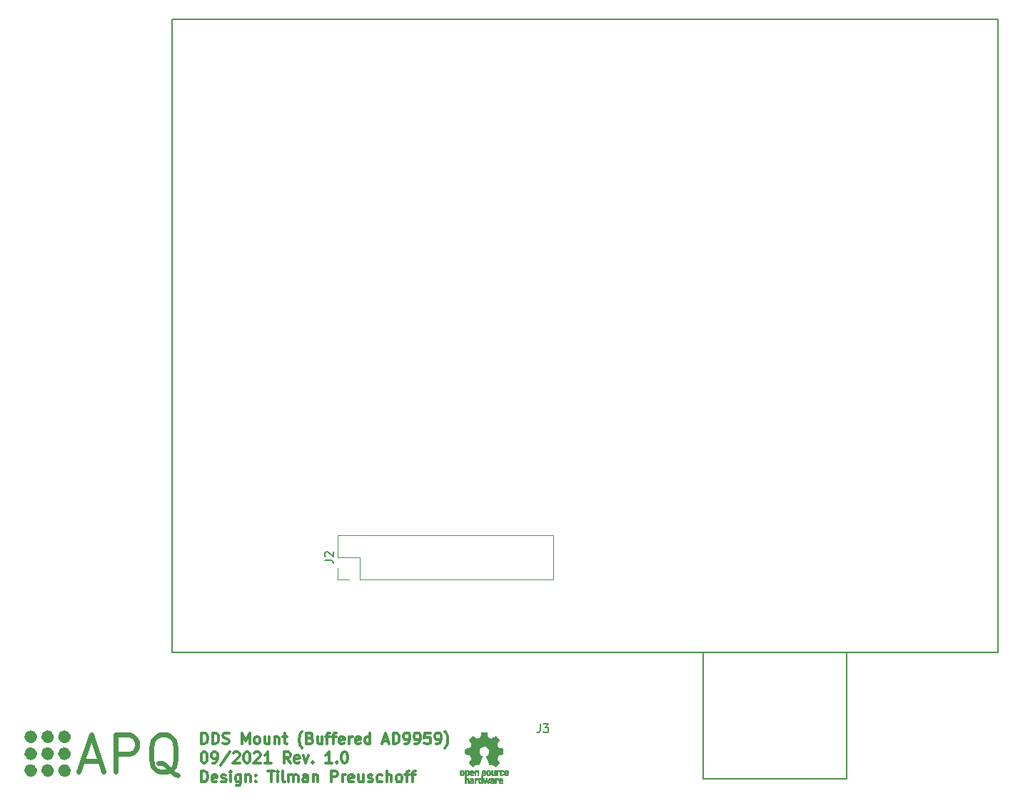
<source format=gbr>
%TF.GenerationSoftware,KiCad,Pcbnew,(5.1.9)-1*%
%TF.CreationDate,2021-09-07T11:59:18+02:00*%
%TF.ProjectId,DDS_mount,4444535f-6d6f-4756-9e74-2e6b69636164,rev?*%
%TF.SameCoordinates,Original*%
%TF.FileFunction,Legend,Top*%
%TF.FilePolarity,Positive*%
%FSLAX46Y46*%
G04 Gerber Fmt 4.6, Leading zero omitted, Abs format (unit mm)*
G04 Created by KiCad (PCBNEW (5.1.9)-1) date 2021-09-07 11:59:18*
%MOMM*%
%LPD*%
G01*
G04 APERTURE LIST*
%ADD10C,0.300000*%
%ADD11C,0.010000*%
%ADD12C,1.000000*%
%ADD13C,0.150000*%
%ADD14C,0.120000*%
%ADD15C,0.600000*%
G04 APERTURE END LIST*
D10*
X77504523Y-140338095D02*
X77504523Y-139038095D01*
X77814047Y-139038095D01*
X77999761Y-139100000D01*
X78123571Y-139223809D01*
X78185476Y-139347619D01*
X78247380Y-139595238D01*
X78247380Y-139780952D01*
X78185476Y-140028571D01*
X78123571Y-140152380D01*
X77999761Y-140276190D01*
X77814047Y-140338095D01*
X77504523Y-140338095D01*
X78804523Y-140338095D02*
X78804523Y-139038095D01*
X79114047Y-139038095D01*
X79299761Y-139100000D01*
X79423571Y-139223809D01*
X79485476Y-139347619D01*
X79547380Y-139595238D01*
X79547380Y-139780952D01*
X79485476Y-140028571D01*
X79423571Y-140152380D01*
X79299761Y-140276190D01*
X79114047Y-140338095D01*
X78804523Y-140338095D01*
X80042619Y-140276190D02*
X80228333Y-140338095D01*
X80537857Y-140338095D01*
X80661666Y-140276190D01*
X80723571Y-140214285D01*
X80785476Y-140090476D01*
X80785476Y-139966666D01*
X80723571Y-139842857D01*
X80661666Y-139780952D01*
X80537857Y-139719047D01*
X80290238Y-139657142D01*
X80166428Y-139595238D01*
X80104523Y-139533333D01*
X80042619Y-139409523D01*
X80042619Y-139285714D01*
X80104523Y-139161904D01*
X80166428Y-139100000D01*
X80290238Y-139038095D01*
X80599761Y-139038095D01*
X80785476Y-139100000D01*
X82333095Y-140338095D02*
X82333095Y-139038095D01*
X82766428Y-139966666D01*
X83199761Y-139038095D01*
X83199761Y-140338095D01*
X84004523Y-140338095D02*
X83880714Y-140276190D01*
X83818809Y-140214285D01*
X83756904Y-140090476D01*
X83756904Y-139719047D01*
X83818809Y-139595238D01*
X83880714Y-139533333D01*
X84004523Y-139471428D01*
X84190238Y-139471428D01*
X84314047Y-139533333D01*
X84375952Y-139595238D01*
X84437857Y-139719047D01*
X84437857Y-140090476D01*
X84375952Y-140214285D01*
X84314047Y-140276190D01*
X84190238Y-140338095D01*
X84004523Y-140338095D01*
X85552142Y-139471428D02*
X85552142Y-140338095D01*
X84995000Y-139471428D02*
X84995000Y-140152380D01*
X85056904Y-140276190D01*
X85180714Y-140338095D01*
X85366428Y-140338095D01*
X85490238Y-140276190D01*
X85552142Y-140214285D01*
X86171190Y-139471428D02*
X86171190Y-140338095D01*
X86171190Y-139595238D02*
X86233095Y-139533333D01*
X86356904Y-139471428D01*
X86542619Y-139471428D01*
X86666428Y-139533333D01*
X86728333Y-139657142D01*
X86728333Y-140338095D01*
X87161666Y-139471428D02*
X87656904Y-139471428D01*
X87347380Y-139038095D02*
X87347380Y-140152380D01*
X87409285Y-140276190D01*
X87533095Y-140338095D01*
X87656904Y-140338095D01*
X89452142Y-140833333D02*
X89390238Y-140771428D01*
X89266428Y-140585714D01*
X89204523Y-140461904D01*
X89142619Y-140276190D01*
X89080714Y-139966666D01*
X89080714Y-139719047D01*
X89142619Y-139409523D01*
X89204523Y-139223809D01*
X89266428Y-139100000D01*
X89390238Y-138914285D01*
X89452142Y-138852380D01*
X90380714Y-139657142D02*
X90566428Y-139719047D01*
X90628333Y-139780952D01*
X90690238Y-139904761D01*
X90690238Y-140090476D01*
X90628333Y-140214285D01*
X90566428Y-140276190D01*
X90442619Y-140338095D01*
X89947380Y-140338095D01*
X89947380Y-139038095D01*
X90380714Y-139038095D01*
X90504523Y-139100000D01*
X90566428Y-139161904D01*
X90628333Y-139285714D01*
X90628333Y-139409523D01*
X90566428Y-139533333D01*
X90504523Y-139595238D01*
X90380714Y-139657142D01*
X89947380Y-139657142D01*
X91804523Y-139471428D02*
X91804523Y-140338095D01*
X91247380Y-139471428D02*
X91247380Y-140152380D01*
X91309285Y-140276190D01*
X91433095Y-140338095D01*
X91618809Y-140338095D01*
X91742619Y-140276190D01*
X91804523Y-140214285D01*
X92237857Y-139471428D02*
X92733095Y-139471428D01*
X92423571Y-140338095D02*
X92423571Y-139223809D01*
X92485476Y-139100000D01*
X92609285Y-139038095D01*
X92733095Y-139038095D01*
X92980714Y-139471428D02*
X93475952Y-139471428D01*
X93166428Y-140338095D02*
X93166428Y-139223809D01*
X93228333Y-139100000D01*
X93352142Y-139038095D01*
X93475952Y-139038095D01*
X94404523Y-140276190D02*
X94280714Y-140338095D01*
X94033095Y-140338095D01*
X93909285Y-140276190D01*
X93847380Y-140152380D01*
X93847380Y-139657142D01*
X93909285Y-139533333D01*
X94033095Y-139471428D01*
X94280714Y-139471428D01*
X94404523Y-139533333D01*
X94466428Y-139657142D01*
X94466428Y-139780952D01*
X93847380Y-139904761D01*
X95023571Y-140338095D02*
X95023571Y-139471428D01*
X95023571Y-139719047D02*
X95085476Y-139595238D01*
X95147380Y-139533333D01*
X95271190Y-139471428D01*
X95395000Y-139471428D01*
X96323571Y-140276190D02*
X96199761Y-140338095D01*
X95952142Y-140338095D01*
X95828333Y-140276190D01*
X95766428Y-140152380D01*
X95766428Y-139657142D01*
X95828333Y-139533333D01*
X95952142Y-139471428D01*
X96199761Y-139471428D01*
X96323571Y-139533333D01*
X96385476Y-139657142D01*
X96385476Y-139780952D01*
X95766428Y-139904761D01*
X97499761Y-140338095D02*
X97499761Y-139038095D01*
X97499761Y-140276190D02*
X97375952Y-140338095D01*
X97128333Y-140338095D01*
X97004523Y-140276190D01*
X96942619Y-140214285D01*
X96880714Y-140090476D01*
X96880714Y-139719047D01*
X96942619Y-139595238D01*
X97004523Y-139533333D01*
X97128333Y-139471428D01*
X97375952Y-139471428D01*
X97499761Y-139533333D01*
X99047380Y-139966666D02*
X99666428Y-139966666D01*
X98923571Y-140338095D02*
X99356904Y-139038095D01*
X99790238Y-140338095D01*
X100223571Y-140338095D02*
X100223571Y-139038095D01*
X100533095Y-139038095D01*
X100718809Y-139100000D01*
X100842619Y-139223809D01*
X100904523Y-139347619D01*
X100966428Y-139595238D01*
X100966428Y-139780952D01*
X100904523Y-140028571D01*
X100842619Y-140152380D01*
X100718809Y-140276190D01*
X100533095Y-140338095D01*
X100223571Y-140338095D01*
X101585476Y-140338095D02*
X101833095Y-140338095D01*
X101956904Y-140276190D01*
X102018809Y-140214285D01*
X102142619Y-140028571D01*
X102204523Y-139780952D01*
X102204523Y-139285714D01*
X102142619Y-139161904D01*
X102080714Y-139100000D01*
X101956904Y-139038095D01*
X101709285Y-139038095D01*
X101585476Y-139100000D01*
X101523571Y-139161904D01*
X101461666Y-139285714D01*
X101461666Y-139595238D01*
X101523571Y-139719047D01*
X101585476Y-139780952D01*
X101709285Y-139842857D01*
X101956904Y-139842857D01*
X102080714Y-139780952D01*
X102142619Y-139719047D01*
X102204523Y-139595238D01*
X102823571Y-140338095D02*
X103071190Y-140338095D01*
X103195000Y-140276190D01*
X103256904Y-140214285D01*
X103380714Y-140028571D01*
X103442619Y-139780952D01*
X103442619Y-139285714D01*
X103380714Y-139161904D01*
X103318809Y-139100000D01*
X103195000Y-139038095D01*
X102947380Y-139038095D01*
X102823571Y-139100000D01*
X102761666Y-139161904D01*
X102699761Y-139285714D01*
X102699761Y-139595238D01*
X102761666Y-139719047D01*
X102823571Y-139780952D01*
X102947380Y-139842857D01*
X103195000Y-139842857D01*
X103318809Y-139780952D01*
X103380714Y-139719047D01*
X103442619Y-139595238D01*
X104618809Y-139038095D02*
X103999761Y-139038095D01*
X103937857Y-139657142D01*
X103999761Y-139595238D01*
X104123571Y-139533333D01*
X104433095Y-139533333D01*
X104556904Y-139595238D01*
X104618809Y-139657142D01*
X104680714Y-139780952D01*
X104680714Y-140090476D01*
X104618809Y-140214285D01*
X104556904Y-140276190D01*
X104433095Y-140338095D01*
X104123571Y-140338095D01*
X103999761Y-140276190D01*
X103937857Y-140214285D01*
X105299761Y-140338095D02*
X105547380Y-140338095D01*
X105671190Y-140276190D01*
X105733095Y-140214285D01*
X105856904Y-140028571D01*
X105918809Y-139780952D01*
X105918809Y-139285714D01*
X105856904Y-139161904D01*
X105795000Y-139100000D01*
X105671190Y-139038095D01*
X105423571Y-139038095D01*
X105299761Y-139100000D01*
X105237857Y-139161904D01*
X105175952Y-139285714D01*
X105175952Y-139595238D01*
X105237857Y-139719047D01*
X105299761Y-139780952D01*
X105423571Y-139842857D01*
X105671190Y-139842857D01*
X105795000Y-139780952D01*
X105856904Y-139719047D01*
X105918809Y-139595238D01*
X106352142Y-140833333D02*
X106414047Y-140771428D01*
X106537857Y-140585714D01*
X106599761Y-140461904D01*
X106661666Y-140276190D01*
X106723571Y-139966666D01*
X106723571Y-139719047D01*
X106661666Y-139409523D01*
X106599761Y-139223809D01*
X106537857Y-139100000D01*
X106414047Y-138914285D01*
X106352142Y-138852380D01*
X77752142Y-141288095D02*
X77875952Y-141288095D01*
X77999761Y-141350000D01*
X78061666Y-141411904D01*
X78123571Y-141535714D01*
X78185476Y-141783333D01*
X78185476Y-142092857D01*
X78123571Y-142340476D01*
X78061666Y-142464285D01*
X77999761Y-142526190D01*
X77875952Y-142588095D01*
X77752142Y-142588095D01*
X77628333Y-142526190D01*
X77566428Y-142464285D01*
X77504523Y-142340476D01*
X77442619Y-142092857D01*
X77442619Y-141783333D01*
X77504523Y-141535714D01*
X77566428Y-141411904D01*
X77628333Y-141350000D01*
X77752142Y-141288095D01*
X78804523Y-142588095D02*
X79052142Y-142588095D01*
X79175952Y-142526190D01*
X79237857Y-142464285D01*
X79361666Y-142278571D01*
X79423571Y-142030952D01*
X79423571Y-141535714D01*
X79361666Y-141411904D01*
X79299761Y-141350000D01*
X79175952Y-141288095D01*
X78928333Y-141288095D01*
X78804523Y-141350000D01*
X78742619Y-141411904D01*
X78680714Y-141535714D01*
X78680714Y-141845238D01*
X78742619Y-141969047D01*
X78804523Y-142030952D01*
X78928333Y-142092857D01*
X79175952Y-142092857D01*
X79299761Y-142030952D01*
X79361666Y-141969047D01*
X79423571Y-141845238D01*
X80909285Y-141226190D02*
X79795000Y-142897619D01*
X81280714Y-141411904D02*
X81342619Y-141350000D01*
X81466428Y-141288095D01*
X81775952Y-141288095D01*
X81899761Y-141350000D01*
X81961666Y-141411904D01*
X82023571Y-141535714D01*
X82023571Y-141659523D01*
X81961666Y-141845238D01*
X81218809Y-142588095D01*
X82023571Y-142588095D01*
X82828333Y-141288095D02*
X82952142Y-141288095D01*
X83075952Y-141350000D01*
X83137857Y-141411904D01*
X83199761Y-141535714D01*
X83261666Y-141783333D01*
X83261666Y-142092857D01*
X83199761Y-142340476D01*
X83137857Y-142464285D01*
X83075952Y-142526190D01*
X82952142Y-142588095D01*
X82828333Y-142588095D01*
X82704523Y-142526190D01*
X82642619Y-142464285D01*
X82580714Y-142340476D01*
X82518809Y-142092857D01*
X82518809Y-141783333D01*
X82580714Y-141535714D01*
X82642619Y-141411904D01*
X82704523Y-141350000D01*
X82828333Y-141288095D01*
X83756904Y-141411904D02*
X83818809Y-141350000D01*
X83942619Y-141288095D01*
X84252142Y-141288095D01*
X84375952Y-141350000D01*
X84437857Y-141411904D01*
X84499761Y-141535714D01*
X84499761Y-141659523D01*
X84437857Y-141845238D01*
X83695000Y-142588095D01*
X84499761Y-142588095D01*
X85737857Y-142588095D02*
X84995000Y-142588095D01*
X85366428Y-142588095D02*
X85366428Y-141288095D01*
X85242619Y-141473809D01*
X85118809Y-141597619D01*
X84995000Y-141659523D01*
X88028333Y-142588095D02*
X87595000Y-141969047D01*
X87285476Y-142588095D02*
X87285476Y-141288095D01*
X87780714Y-141288095D01*
X87904523Y-141350000D01*
X87966428Y-141411904D01*
X88028333Y-141535714D01*
X88028333Y-141721428D01*
X87966428Y-141845238D01*
X87904523Y-141907142D01*
X87780714Y-141969047D01*
X87285476Y-141969047D01*
X89080714Y-142526190D02*
X88956904Y-142588095D01*
X88709285Y-142588095D01*
X88585476Y-142526190D01*
X88523571Y-142402380D01*
X88523571Y-141907142D01*
X88585476Y-141783333D01*
X88709285Y-141721428D01*
X88956904Y-141721428D01*
X89080714Y-141783333D01*
X89142619Y-141907142D01*
X89142619Y-142030952D01*
X88523571Y-142154761D01*
X89575952Y-141721428D02*
X89885476Y-142588095D01*
X90195000Y-141721428D01*
X90690238Y-142464285D02*
X90752142Y-142526190D01*
X90690238Y-142588095D01*
X90628333Y-142526190D01*
X90690238Y-142464285D01*
X90690238Y-142588095D01*
X92980714Y-142588095D02*
X92237857Y-142588095D01*
X92609285Y-142588095D02*
X92609285Y-141288095D01*
X92485476Y-141473809D01*
X92361666Y-141597619D01*
X92237857Y-141659523D01*
X93537857Y-142464285D02*
X93599761Y-142526190D01*
X93537857Y-142588095D01*
X93475952Y-142526190D01*
X93537857Y-142464285D01*
X93537857Y-142588095D01*
X94404523Y-141288095D02*
X94528333Y-141288095D01*
X94652142Y-141350000D01*
X94714047Y-141411904D01*
X94775952Y-141535714D01*
X94837857Y-141783333D01*
X94837857Y-142092857D01*
X94775952Y-142340476D01*
X94714047Y-142464285D01*
X94652142Y-142526190D01*
X94528333Y-142588095D01*
X94404523Y-142588095D01*
X94280714Y-142526190D01*
X94218809Y-142464285D01*
X94156904Y-142340476D01*
X94095000Y-142092857D01*
X94095000Y-141783333D01*
X94156904Y-141535714D01*
X94218809Y-141411904D01*
X94280714Y-141350000D01*
X94404523Y-141288095D01*
X77504523Y-144838095D02*
X77504523Y-143538095D01*
X77814047Y-143538095D01*
X77999761Y-143600000D01*
X78123571Y-143723809D01*
X78185476Y-143847619D01*
X78247380Y-144095238D01*
X78247380Y-144280952D01*
X78185476Y-144528571D01*
X78123571Y-144652380D01*
X77999761Y-144776190D01*
X77814047Y-144838095D01*
X77504523Y-144838095D01*
X79299761Y-144776190D02*
X79175952Y-144838095D01*
X78928333Y-144838095D01*
X78804523Y-144776190D01*
X78742619Y-144652380D01*
X78742619Y-144157142D01*
X78804523Y-144033333D01*
X78928333Y-143971428D01*
X79175952Y-143971428D01*
X79299761Y-144033333D01*
X79361666Y-144157142D01*
X79361666Y-144280952D01*
X78742619Y-144404761D01*
X79856904Y-144776190D02*
X79980714Y-144838095D01*
X80228333Y-144838095D01*
X80352142Y-144776190D01*
X80414047Y-144652380D01*
X80414047Y-144590476D01*
X80352142Y-144466666D01*
X80228333Y-144404761D01*
X80042619Y-144404761D01*
X79918809Y-144342857D01*
X79856904Y-144219047D01*
X79856904Y-144157142D01*
X79918809Y-144033333D01*
X80042619Y-143971428D01*
X80228333Y-143971428D01*
X80352142Y-144033333D01*
X80971190Y-144838095D02*
X80971190Y-143971428D01*
X80971190Y-143538095D02*
X80909285Y-143600000D01*
X80971190Y-143661904D01*
X81033095Y-143600000D01*
X80971190Y-143538095D01*
X80971190Y-143661904D01*
X82147380Y-143971428D02*
X82147380Y-145023809D01*
X82085476Y-145147619D01*
X82023571Y-145209523D01*
X81899761Y-145271428D01*
X81714047Y-145271428D01*
X81590238Y-145209523D01*
X82147380Y-144776190D02*
X82023571Y-144838095D01*
X81775952Y-144838095D01*
X81652142Y-144776190D01*
X81590238Y-144714285D01*
X81528333Y-144590476D01*
X81528333Y-144219047D01*
X81590238Y-144095238D01*
X81652142Y-144033333D01*
X81775952Y-143971428D01*
X82023571Y-143971428D01*
X82147380Y-144033333D01*
X82766428Y-143971428D02*
X82766428Y-144838095D01*
X82766428Y-144095238D02*
X82828333Y-144033333D01*
X82952142Y-143971428D01*
X83137857Y-143971428D01*
X83261666Y-144033333D01*
X83323571Y-144157142D01*
X83323571Y-144838095D01*
X83942619Y-144714285D02*
X84004523Y-144776190D01*
X83942619Y-144838095D01*
X83880714Y-144776190D01*
X83942619Y-144714285D01*
X83942619Y-144838095D01*
X83942619Y-144033333D02*
X84004523Y-144095238D01*
X83942619Y-144157142D01*
X83880714Y-144095238D01*
X83942619Y-144033333D01*
X83942619Y-144157142D01*
X85366428Y-143538095D02*
X86109285Y-143538095D01*
X85737857Y-144838095D02*
X85737857Y-143538095D01*
X86542619Y-144838095D02*
X86542619Y-143971428D01*
X86542619Y-143538095D02*
X86480714Y-143600000D01*
X86542619Y-143661904D01*
X86604523Y-143600000D01*
X86542619Y-143538095D01*
X86542619Y-143661904D01*
X87347380Y-144838095D02*
X87223571Y-144776190D01*
X87161666Y-144652380D01*
X87161666Y-143538095D01*
X87842619Y-144838095D02*
X87842619Y-143971428D01*
X87842619Y-144095238D02*
X87904523Y-144033333D01*
X88028333Y-143971428D01*
X88214047Y-143971428D01*
X88337857Y-144033333D01*
X88399761Y-144157142D01*
X88399761Y-144838095D01*
X88399761Y-144157142D02*
X88461666Y-144033333D01*
X88585476Y-143971428D01*
X88771190Y-143971428D01*
X88895000Y-144033333D01*
X88956904Y-144157142D01*
X88956904Y-144838095D01*
X90133095Y-144838095D02*
X90133095Y-144157142D01*
X90071190Y-144033333D01*
X89947380Y-143971428D01*
X89699761Y-143971428D01*
X89575952Y-144033333D01*
X90133095Y-144776190D02*
X90009285Y-144838095D01*
X89699761Y-144838095D01*
X89575952Y-144776190D01*
X89514047Y-144652380D01*
X89514047Y-144528571D01*
X89575952Y-144404761D01*
X89699761Y-144342857D01*
X90009285Y-144342857D01*
X90133095Y-144280952D01*
X90752142Y-143971428D02*
X90752142Y-144838095D01*
X90752142Y-144095238D02*
X90814047Y-144033333D01*
X90937857Y-143971428D01*
X91123571Y-143971428D01*
X91247380Y-144033333D01*
X91309285Y-144157142D01*
X91309285Y-144838095D01*
X92918809Y-144838095D02*
X92918809Y-143538095D01*
X93414047Y-143538095D01*
X93537857Y-143600000D01*
X93599761Y-143661904D01*
X93661666Y-143785714D01*
X93661666Y-143971428D01*
X93599761Y-144095238D01*
X93537857Y-144157142D01*
X93414047Y-144219047D01*
X92918809Y-144219047D01*
X94218809Y-144838095D02*
X94218809Y-143971428D01*
X94218809Y-144219047D02*
X94280714Y-144095238D01*
X94342619Y-144033333D01*
X94466428Y-143971428D01*
X94590238Y-143971428D01*
X95518809Y-144776190D02*
X95395000Y-144838095D01*
X95147380Y-144838095D01*
X95023571Y-144776190D01*
X94961666Y-144652380D01*
X94961666Y-144157142D01*
X95023571Y-144033333D01*
X95147380Y-143971428D01*
X95395000Y-143971428D01*
X95518809Y-144033333D01*
X95580714Y-144157142D01*
X95580714Y-144280952D01*
X94961666Y-144404761D01*
X96695000Y-143971428D02*
X96695000Y-144838095D01*
X96137857Y-143971428D02*
X96137857Y-144652380D01*
X96199761Y-144776190D01*
X96323571Y-144838095D01*
X96509285Y-144838095D01*
X96633095Y-144776190D01*
X96695000Y-144714285D01*
X97252142Y-144776190D02*
X97375952Y-144838095D01*
X97623571Y-144838095D01*
X97747380Y-144776190D01*
X97809285Y-144652380D01*
X97809285Y-144590476D01*
X97747380Y-144466666D01*
X97623571Y-144404761D01*
X97437857Y-144404761D01*
X97314047Y-144342857D01*
X97252142Y-144219047D01*
X97252142Y-144157142D01*
X97314047Y-144033333D01*
X97437857Y-143971428D01*
X97623571Y-143971428D01*
X97747380Y-144033333D01*
X98923571Y-144776190D02*
X98799761Y-144838095D01*
X98552142Y-144838095D01*
X98428333Y-144776190D01*
X98366428Y-144714285D01*
X98304523Y-144590476D01*
X98304523Y-144219047D01*
X98366428Y-144095238D01*
X98428333Y-144033333D01*
X98552142Y-143971428D01*
X98799761Y-143971428D01*
X98923571Y-144033333D01*
X99480714Y-144838095D02*
X99480714Y-143538095D01*
X100037857Y-144838095D02*
X100037857Y-144157142D01*
X99975952Y-144033333D01*
X99852142Y-143971428D01*
X99666428Y-143971428D01*
X99542619Y-144033333D01*
X99480714Y-144095238D01*
X100842619Y-144838095D02*
X100718809Y-144776190D01*
X100656904Y-144714285D01*
X100595000Y-144590476D01*
X100595000Y-144219047D01*
X100656904Y-144095238D01*
X100718809Y-144033333D01*
X100842619Y-143971428D01*
X101028333Y-143971428D01*
X101152142Y-144033333D01*
X101214047Y-144095238D01*
X101275952Y-144219047D01*
X101275952Y-144590476D01*
X101214047Y-144714285D01*
X101152142Y-144776190D01*
X101028333Y-144838095D01*
X100842619Y-144838095D01*
X101647380Y-143971428D02*
X102142619Y-143971428D01*
X101833095Y-144838095D02*
X101833095Y-143723809D01*
X101895000Y-143600000D01*
X102018809Y-143538095D01*
X102142619Y-143538095D01*
X102390238Y-143971428D02*
X102885476Y-143971428D01*
X102575952Y-144838095D02*
X102575952Y-143723809D01*
X102637857Y-143600000D01*
X102761666Y-143538095D01*
X102885476Y-143538095D01*
D11*
%TO.C,REF\u002A\u002A*%
G36*
X109091241Y-143469184D02*
G01*
X109117753Y-143482282D01*
X109150447Y-143505106D01*
X109174275Y-143529996D01*
X109190594Y-143561249D01*
X109200760Y-143603166D01*
X109206128Y-143660044D01*
X109208056Y-143736184D01*
X109208169Y-143768917D01*
X109207839Y-143840656D01*
X109206473Y-143891927D01*
X109203500Y-143927404D01*
X109198351Y-143951763D01*
X109190457Y-143969680D01*
X109182243Y-143981902D01*
X109129813Y-144033905D01*
X109068070Y-144065184D01*
X109001464Y-144074592D01*
X108934442Y-144060980D01*
X108913208Y-144051354D01*
X108862376Y-144024859D01*
X108862376Y-144440052D01*
X108899475Y-144420868D01*
X108948357Y-144406025D01*
X109008439Y-144402222D01*
X109068436Y-144409243D01*
X109113744Y-144425013D01*
X109151325Y-144455047D01*
X109183436Y-144498024D01*
X109185850Y-144502436D01*
X109196033Y-144523221D01*
X109203470Y-144544170D01*
X109208589Y-144569548D01*
X109211819Y-144603618D01*
X109213587Y-144650641D01*
X109214323Y-144714882D01*
X109214456Y-144787176D01*
X109214456Y-145017822D01*
X109076139Y-145017822D01*
X109076139Y-144592533D01*
X109037451Y-144559979D01*
X108997262Y-144533940D01*
X108959203Y-144529205D01*
X108920934Y-144541389D01*
X108900538Y-144553320D01*
X108885358Y-144570313D01*
X108874562Y-144595995D01*
X108867317Y-144633991D01*
X108862792Y-144687926D01*
X108860156Y-144761425D01*
X108859228Y-144810347D01*
X108856089Y-145011535D01*
X108790074Y-145015336D01*
X108724060Y-145019136D01*
X108724060Y-143770650D01*
X108862376Y-143770650D01*
X108865903Y-143840254D01*
X108877785Y-143888569D01*
X108899980Y-143918631D01*
X108934441Y-143933471D01*
X108969258Y-143936436D01*
X109008671Y-143933028D01*
X109034829Y-143919617D01*
X109051186Y-143901896D01*
X109064063Y-143882835D01*
X109071728Y-143861601D01*
X109075139Y-143831849D01*
X109075251Y-143787236D01*
X109074103Y-143749880D01*
X109071468Y-143693604D01*
X109067544Y-143656658D01*
X109060937Y-143633223D01*
X109050251Y-143617480D01*
X109040167Y-143608380D01*
X108998030Y-143588537D01*
X108948160Y-143585332D01*
X108919524Y-143592168D01*
X108891172Y-143616464D01*
X108872391Y-143663728D01*
X108863288Y-143733624D01*
X108862376Y-143770650D01*
X108724060Y-143770650D01*
X108724060Y-143458614D01*
X108793218Y-143458614D01*
X108834740Y-143460256D01*
X108856162Y-143466087D01*
X108862374Y-143477461D01*
X108862376Y-143477798D01*
X108865258Y-143488938D01*
X108877970Y-143487673D01*
X108903243Y-143475433D01*
X108962131Y-143456707D01*
X109028385Y-143454739D01*
X109091241Y-143469184D01*
G37*
X109091241Y-143469184D02*
X109117753Y-143482282D01*
X109150447Y-143505106D01*
X109174275Y-143529996D01*
X109190594Y-143561249D01*
X109200760Y-143603166D01*
X109206128Y-143660044D01*
X109208056Y-143736184D01*
X109208169Y-143768917D01*
X109207839Y-143840656D01*
X109206473Y-143891927D01*
X109203500Y-143927404D01*
X109198351Y-143951763D01*
X109190457Y-143969680D01*
X109182243Y-143981902D01*
X109129813Y-144033905D01*
X109068070Y-144065184D01*
X109001464Y-144074592D01*
X108934442Y-144060980D01*
X108913208Y-144051354D01*
X108862376Y-144024859D01*
X108862376Y-144440052D01*
X108899475Y-144420868D01*
X108948357Y-144406025D01*
X109008439Y-144402222D01*
X109068436Y-144409243D01*
X109113744Y-144425013D01*
X109151325Y-144455047D01*
X109183436Y-144498024D01*
X109185850Y-144502436D01*
X109196033Y-144523221D01*
X109203470Y-144544170D01*
X109208589Y-144569548D01*
X109211819Y-144603618D01*
X109213587Y-144650641D01*
X109214323Y-144714882D01*
X109214456Y-144787176D01*
X109214456Y-145017822D01*
X109076139Y-145017822D01*
X109076139Y-144592533D01*
X109037451Y-144559979D01*
X108997262Y-144533940D01*
X108959203Y-144529205D01*
X108920934Y-144541389D01*
X108900538Y-144553320D01*
X108885358Y-144570313D01*
X108874562Y-144595995D01*
X108867317Y-144633991D01*
X108862792Y-144687926D01*
X108860156Y-144761425D01*
X108859228Y-144810347D01*
X108856089Y-145011535D01*
X108790074Y-145015336D01*
X108724060Y-145019136D01*
X108724060Y-143770650D01*
X108862376Y-143770650D01*
X108865903Y-143840254D01*
X108877785Y-143888569D01*
X108899980Y-143918631D01*
X108934441Y-143933471D01*
X108969258Y-143936436D01*
X109008671Y-143933028D01*
X109034829Y-143919617D01*
X109051186Y-143901896D01*
X109064063Y-143882835D01*
X109071728Y-143861601D01*
X109075139Y-143831849D01*
X109075251Y-143787236D01*
X109074103Y-143749880D01*
X109071468Y-143693604D01*
X109067544Y-143656658D01*
X109060937Y-143633223D01*
X109050251Y-143617480D01*
X109040167Y-143608380D01*
X108998030Y-143588537D01*
X108948160Y-143585332D01*
X108919524Y-143592168D01*
X108891172Y-143616464D01*
X108872391Y-143663728D01*
X108863288Y-143733624D01*
X108862376Y-143770650D01*
X108724060Y-143770650D01*
X108724060Y-143458614D01*
X108793218Y-143458614D01*
X108834740Y-143460256D01*
X108856162Y-143466087D01*
X108862374Y-143477461D01*
X108862376Y-143477798D01*
X108865258Y-143488938D01*
X108877970Y-143487673D01*
X108903243Y-143475433D01*
X108962131Y-143456707D01*
X109028385Y-143454739D01*
X109091241Y-143469184D01*
G36*
X109615790Y-144406555D02*
G01*
X109674945Y-144422339D01*
X109719977Y-144450948D01*
X109751754Y-144488419D01*
X109761634Y-144504411D01*
X109768927Y-144521163D01*
X109774026Y-144542592D01*
X109777321Y-144572616D01*
X109779203Y-144615154D01*
X109780063Y-144674122D01*
X109780293Y-144753440D01*
X109780297Y-144774484D01*
X109780297Y-145017822D01*
X109719941Y-145017822D01*
X109681443Y-145015126D01*
X109652977Y-145008295D01*
X109645845Y-145004083D01*
X109626348Y-144996813D01*
X109606434Y-145004083D01*
X109573647Y-145013160D01*
X109526022Y-145016813D01*
X109473236Y-145015228D01*
X109424964Y-145008589D01*
X109396782Y-145000072D01*
X109342247Y-144965063D01*
X109308165Y-144916479D01*
X109292843Y-144851882D01*
X109292701Y-144850223D01*
X109294045Y-144821566D01*
X109415644Y-144821566D01*
X109426274Y-144854161D01*
X109443590Y-144872505D01*
X109478348Y-144886379D01*
X109524227Y-144891917D01*
X109571012Y-144889191D01*
X109608486Y-144878274D01*
X109618985Y-144871269D01*
X109637332Y-144838904D01*
X109641980Y-144802111D01*
X109641980Y-144753763D01*
X109572418Y-144753763D01*
X109506333Y-144758850D01*
X109456236Y-144773263D01*
X109425071Y-144795729D01*
X109415644Y-144821566D01*
X109294045Y-144821566D01*
X109296013Y-144779647D01*
X109319290Y-144723845D01*
X109363052Y-144681647D01*
X109369101Y-144677808D01*
X109395093Y-144665309D01*
X109427265Y-144657740D01*
X109472240Y-144654061D01*
X109525669Y-144653216D01*
X109641980Y-144653169D01*
X109641980Y-144604411D01*
X109637047Y-144566581D01*
X109624457Y-144541236D01*
X109622983Y-144539887D01*
X109594966Y-144528800D01*
X109552674Y-144524503D01*
X109505936Y-144526615D01*
X109464582Y-144534756D01*
X109440043Y-144546965D01*
X109426747Y-144556746D01*
X109412706Y-144558613D01*
X109393329Y-144550600D01*
X109364024Y-144530739D01*
X109320197Y-144497063D01*
X109316175Y-144493909D01*
X109318236Y-144482236D01*
X109335432Y-144462822D01*
X109361567Y-144441248D01*
X109390448Y-144423096D01*
X109399522Y-144418809D01*
X109432620Y-144410256D01*
X109481120Y-144404155D01*
X109535305Y-144401708D01*
X109537839Y-144401703D01*
X109615790Y-144406555D01*
G37*
X109615790Y-144406555D02*
X109674945Y-144422339D01*
X109719977Y-144450948D01*
X109751754Y-144488419D01*
X109761634Y-144504411D01*
X109768927Y-144521163D01*
X109774026Y-144542592D01*
X109777321Y-144572616D01*
X109779203Y-144615154D01*
X109780063Y-144674122D01*
X109780293Y-144753440D01*
X109780297Y-144774484D01*
X109780297Y-145017822D01*
X109719941Y-145017822D01*
X109681443Y-145015126D01*
X109652977Y-145008295D01*
X109645845Y-145004083D01*
X109626348Y-144996813D01*
X109606434Y-145004083D01*
X109573647Y-145013160D01*
X109526022Y-145016813D01*
X109473236Y-145015228D01*
X109424964Y-145008589D01*
X109396782Y-145000072D01*
X109342247Y-144965063D01*
X109308165Y-144916479D01*
X109292843Y-144851882D01*
X109292701Y-144850223D01*
X109294045Y-144821566D01*
X109415644Y-144821566D01*
X109426274Y-144854161D01*
X109443590Y-144872505D01*
X109478348Y-144886379D01*
X109524227Y-144891917D01*
X109571012Y-144889191D01*
X109608486Y-144878274D01*
X109618985Y-144871269D01*
X109637332Y-144838904D01*
X109641980Y-144802111D01*
X109641980Y-144753763D01*
X109572418Y-144753763D01*
X109506333Y-144758850D01*
X109456236Y-144773263D01*
X109425071Y-144795729D01*
X109415644Y-144821566D01*
X109294045Y-144821566D01*
X109296013Y-144779647D01*
X109319290Y-144723845D01*
X109363052Y-144681647D01*
X109369101Y-144677808D01*
X109395093Y-144665309D01*
X109427265Y-144657740D01*
X109472240Y-144654061D01*
X109525669Y-144653216D01*
X109641980Y-144653169D01*
X109641980Y-144604411D01*
X109637047Y-144566581D01*
X109624457Y-144541236D01*
X109622983Y-144539887D01*
X109594966Y-144528800D01*
X109552674Y-144524503D01*
X109505936Y-144526615D01*
X109464582Y-144534756D01*
X109440043Y-144546965D01*
X109426747Y-144556746D01*
X109412706Y-144558613D01*
X109393329Y-144550600D01*
X109364024Y-144530739D01*
X109320197Y-144497063D01*
X109316175Y-144493909D01*
X109318236Y-144482236D01*
X109335432Y-144462822D01*
X109361567Y-144441248D01*
X109390448Y-144423096D01*
X109399522Y-144418809D01*
X109432620Y-144410256D01*
X109481120Y-144404155D01*
X109535305Y-144401708D01*
X109537839Y-144401703D01*
X109615790Y-144406555D01*
G36*
X110006644Y-144403020D02*
G01*
X110025461Y-144408660D01*
X110031527Y-144421053D01*
X110031782Y-144426647D01*
X110032871Y-144442230D01*
X110040368Y-144444676D01*
X110060619Y-144433993D01*
X110072649Y-144426694D01*
X110110600Y-144411063D01*
X110155928Y-144403334D01*
X110203456Y-144402740D01*
X110248005Y-144408513D01*
X110284398Y-144419884D01*
X110307457Y-144436088D01*
X110312004Y-144456355D01*
X110309709Y-144461843D01*
X110292980Y-144484626D01*
X110267037Y-144512647D01*
X110262345Y-144517177D01*
X110237617Y-144538005D01*
X110216282Y-144544735D01*
X110186445Y-144540038D01*
X110174492Y-144536917D01*
X110137295Y-144529421D01*
X110111141Y-144532792D01*
X110089054Y-144544681D01*
X110068822Y-144560635D01*
X110053921Y-144580700D01*
X110043566Y-144608702D01*
X110036971Y-144648467D01*
X110033351Y-144703823D01*
X110031922Y-144778594D01*
X110031782Y-144823740D01*
X110031782Y-145017822D01*
X109906040Y-145017822D01*
X109906040Y-144401683D01*
X109968911Y-144401683D01*
X110006644Y-144403020D01*
G37*
X110006644Y-144403020D02*
X110025461Y-144408660D01*
X110031527Y-144421053D01*
X110031782Y-144426647D01*
X110032871Y-144442230D01*
X110040368Y-144444676D01*
X110060619Y-144433993D01*
X110072649Y-144426694D01*
X110110600Y-144411063D01*
X110155928Y-144403334D01*
X110203456Y-144402740D01*
X110248005Y-144408513D01*
X110284398Y-144419884D01*
X110307457Y-144436088D01*
X110312004Y-144456355D01*
X110309709Y-144461843D01*
X110292980Y-144484626D01*
X110267037Y-144512647D01*
X110262345Y-144517177D01*
X110237617Y-144538005D01*
X110216282Y-144544735D01*
X110186445Y-144540038D01*
X110174492Y-144536917D01*
X110137295Y-144529421D01*
X110111141Y-144532792D01*
X110089054Y-144544681D01*
X110068822Y-144560635D01*
X110053921Y-144580700D01*
X110043566Y-144608702D01*
X110036971Y-144648467D01*
X110033351Y-144703823D01*
X110031922Y-144778594D01*
X110031782Y-144823740D01*
X110031782Y-145017822D01*
X109906040Y-145017822D01*
X109906040Y-144401683D01*
X109968911Y-144401683D01*
X110006644Y-144403020D01*
G36*
X110798812Y-145017822D02*
G01*
X110729654Y-145017822D01*
X110689512Y-145016645D01*
X110668606Y-145011772D01*
X110661078Y-145001186D01*
X110660495Y-144994029D01*
X110659226Y-144979676D01*
X110651221Y-144976923D01*
X110630185Y-144985771D01*
X110613827Y-144994029D01*
X110551023Y-145013597D01*
X110482752Y-145014729D01*
X110427248Y-145000135D01*
X110375562Y-144964877D01*
X110336162Y-144912835D01*
X110314587Y-144851450D01*
X110314038Y-144848018D01*
X110310833Y-144810571D01*
X110309239Y-144756813D01*
X110309367Y-144716155D01*
X110446721Y-144716155D01*
X110449903Y-144770194D01*
X110457141Y-144814735D01*
X110466940Y-144839888D01*
X110504011Y-144874260D01*
X110548026Y-144886582D01*
X110593416Y-144876618D01*
X110632203Y-144846895D01*
X110646892Y-144826905D01*
X110655481Y-144803050D01*
X110659504Y-144768230D01*
X110660495Y-144715930D01*
X110658722Y-144664139D01*
X110654037Y-144618634D01*
X110647397Y-144588181D01*
X110646290Y-144585452D01*
X110619509Y-144553000D01*
X110580421Y-144535183D01*
X110536685Y-144532306D01*
X110495962Y-144544674D01*
X110465913Y-144572593D01*
X110462796Y-144578148D01*
X110453039Y-144612022D01*
X110447723Y-144660728D01*
X110446721Y-144716155D01*
X110309367Y-144716155D01*
X110309432Y-144695540D01*
X110310336Y-144662563D01*
X110316486Y-144580981D01*
X110329267Y-144519730D01*
X110350529Y-144474449D01*
X110382122Y-144440779D01*
X110412793Y-144421014D01*
X110455646Y-144407120D01*
X110508944Y-144402354D01*
X110563520Y-144406236D01*
X110610208Y-144418282D01*
X110634876Y-144432693D01*
X110660495Y-144455878D01*
X110660495Y-144162773D01*
X110798812Y-144162773D01*
X110798812Y-145017822D01*
G37*
X110798812Y-145017822D02*
X110729654Y-145017822D01*
X110689512Y-145016645D01*
X110668606Y-145011772D01*
X110661078Y-145001186D01*
X110660495Y-144994029D01*
X110659226Y-144979676D01*
X110651221Y-144976923D01*
X110630185Y-144985771D01*
X110613827Y-144994029D01*
X110551023Y-145013597D01*
X110482752Y-145014729D01*
X110427248Y-145000135D01*
X110375562Y-144964877D01*
X110336162Y-144912835D01*
X110314587Y-144851450D01*
X110314038Y-144848018D01*
X110310833Y-144810571D01*
X110309239Y-144756813D01*
X110309367Y-144716155D01*
X110446721Y-144716155D01*
X110449903Y-144770194D01*
X110457141Y-144814735D01*
X110466940Y-144839888D01*
X110504011Y-144874260D01*
X110548026Y-144886582D01*
X110593416Y-144876618D01*
X110632203Y-144846895D01*
X110646892Y-144826905D01*
X110655481Y-144803050D01*
X110659504Y-144768230D01*
X110660495Y-144715930D01*
X110658722Y-144664139D01*
X110654037Y-144618634D01*
X110647397Y-144588181D01*
X110646290Y-144585452D01*
X110619509Y-144553000D01*
X110580421Y-144535183D01*
X110536685Y-144532306D01*
X110495962Y-144544674D01*
X110465913Y-144572593D01*
X110462796Y-144578148D01*
X110453039Y-144612022D01*
X110447723Y-144660728D01*
X110446721Y-144716155D01*
X110309367Y-144716155D01*
X110309432Y-144695540D01*
X110310336Y-144662563D01*
X110316486Y-144580981D01*
X110329267Y-144519730D01*
X110350529Y-144474449D01*
X110382122Y-144440779D01*
X110412793Y-144421014D01*
X110455646Y-144407120D01*
X110508944Y-144402354D01*
X110563520Y-144406236D01*
X110610208Y-144418282D01*
X110634876Y-144432693D01*
X110660495Y-144455878D01*
X110660495Y-144162773D01*
X110798812Y-144162773D01*
X110798812Y-145017822D01*
G36*
X111281524Y-144404237D02*
G01*
X111331255Y-144407971D01*
X111461291Y-144797773D01*
X111481678Y-144728614D01*
X111493946Y-144685874D01*
X111510085Y-144628115D01*
X111527512Y-144564625D01*
X111536726Y-144530570D01*
X111571388Y-144401683D01*
X111714391Y-144401683D01*
X111671646Y-144536857D01*
X111650596Y-144603342D01*
X111625167Y-144683539D01*
X111598610Y-144767193D01*
X111574902Y-144841782D01*
X111520902Y-145011535D01*
X111462598Y-145015328D01*
X111404295Y-145019122D01*
X111372679Y-144914734D01*
X111353182Y-144849889D01*
X111331904Y-144778400D01*
X111313308Y-144715263D01*
X111312574Y-144712750D01*
X111298684Y-144669969D01*
X111286429Y-144640779D01*
X111277846Y-144629741D01*
X111276082Y-144631018D01*
X111269891Y-144648130D01*
X111258128Y-144684787D01*
X111242225Y-144736378D01*
X111223614Y-144798294D01*
X111213543Y-144832352D01*
X111159007Y-145017822D01*
X111043264Y-145017822D01*
X110950737Y-144725471D01*
X110924744Y-144643462D01*
X110901066Y-144568987D01*
X110880820Y-144505544D01*
X110865126Y-144456632D01*
X110855102Y-144425749D01*
X110852055Y-144416726D01*
X110854467Y-144407487D01*
X110873408Y-144403441D01*
X110912823Y-144403846D01*
X110918993Y-144404152D01*
X110992086Y-144407971D01*
X111039957Y-144584010D01*
X111057553Y-144648211D01*
X111073277Y-144704649D01*
X111085746Y-144748422D01*
X111093574Y-144774630D01*
X111095020Y-144778903D01*
X111101014Y-144773990D01*
X111113101Y-144748532D01*
X111129893Y-144705997D01*
X111150003Y-144649850D01*
X111167003Y-144599130D01*
X111231794Y-144400504D01*
X111281524Y-144404237D01*
G37*
X111281524Y-144404237D02*
X111331255Y-144407971D01*
X111461291Y-144797773D01*
X111481678Y-144728614D01*
X111493946Y-144685874D01*
X111510085Y-144628115D01*
X111527512Y-144564625D01*
X111536726Y-144530570D01*
X111571388Y-144401683D01*
X111714391Y-144401683D01*
X111671646Y-144536857D01*
X111650596Y-144603342D01*
X111625167Y-144683539D01*
X111598610Y-144767193D01*
X111574902Y-144841782D01*
X111520902Y-145011535D01*
X111462598Y-145015328D01*
X111404295Y-145019122D01*
X111372679Y-144914734D01*
X111353182Y-144849889D01*
X111331904Y-144778400D01*
X111313308Y-144715263D01*
X111312574Y-144712750D01*
X111298684Y-144669969D01*
X111286429Y-144640779D01*
X111277846Y-144629741D01*
X111276082Y-144631018D01*
X111269891Y-144648130D01*
X111258128Y-144684787D01*
X111242225Y-144736378D01*
X111223614Y-144798294D01*
X111213543Y-144832352D01*
X111159007Y-145017822D01*
X111043264Y-145017822D01*
X110950737Y-144725471D01*
X110924744Y-144643462D01*
X110901066Y-144568987D01*
X110880820Y-144505544D01*
X110865126Y-144456632D01*
X110855102Y-144425749D01*
X110852055Y-144416726D01*
X110854467Y-144407487D01*
X110873408Y-144403441D01*
X110912823Y-144403846D01*
X110918993Y-144404152D01*
X110992086Y-144407971D01*
X111039957Y-144584010D01*
X111057553Y-144648211D01*
X111073277Y-144704649D01*
X111085746Y-144748422D01*
X111093574Y-144774630D01*
X111095020Y-144778903D01*
X111101014Y-144773990D01*
X111113101Y-144748532D01*
X111129893Y-144705997D01*
X111150003Y-144649850D01*
X111167003Y-144599130D01*
X111231794Y-144400504D01*
X111281524Y-144404237D01*
G36*
X112038411Y-144405417D02*
G01*
X112091411Y-144418290D01*
X112106731Y-144425110D01*
X112136428Y-144442974D01*
X112159220Y-144463093D01*
X112176083Y-144488962D01*
X112187998Y-144524073D01*
X112195942Y-144571920D01*
X112200894Y-144635996D01*
X112203831Y-144719794D01*
X112204947Y-144775768D01*
X112209052Y-145017822D01*
X112138932Y-145017822D01*
X112096393Y-145016038D01*
X112074476Y-145009942D01*
X112068812Y-144999706D01*
X112065821Y-144988637D01*
X112052451Y-144990754D01*
X112034233Y-144999629D01*
X111988624Y-145013233D01*
X111930007Y-145016899D01*
X111868354Y-145010903D01*
X111813638Y-144995521D01*
X111808730Y-144993386D01*
X111758723Y-144958255D01*
X111725756Y-144909419D01*
X111710587Y-144852333D01*
X111711746Y-144831824D01*
X111835508Y-144831824D01*
X111846413Y-144859425D01*
X111878745Y-144879204D01*
X111930910Y-144889819D01*
X111958787Y-144891228D01*
X112005247Y-144887620D01*
X112036129Y-144873597D01*
X112043664Y-144866931D01*
X112064076Y-144830666D01*
X112068812Y-144797773D01*
X112068812Y-144753763D01*
X112007513Y-144753763D01*
X111936256Y-144757395D01*
X111886276Y-144768818D01*
X111854696Y-144788824D01*
X111847626Y-144797743D01*
X111835508Y-144831824D01*
X111711746Y-144831824D01*
X111713971Y-144792456D01*
X111736663Y-144735244D01*
X111767624Y-144696580D01*
X111786376Y-144679864D01*
X111804733Y-144668878D01*
X111828619Y-144662180D01*
X111863957Y-144658326D01*
X111916669Y-144655873D01*
X111937577Y-144655168D01*
X112068812Y-144650879D01*
X112068620Y-144611158D01*
X112063537Y-144569405D01*
X112045162Y-144544158D01*
X112008039Y-144528030D01*
X112007043Y-144527742D01*
X111954410Y-144521400D01*
X111902906Y-144529684D01*
X111864630Y-144549827D01*
X111849272Y-144559773D01*
X111832730Y-144558397D01*
X111807275Y-144543987D01*
X111792328Y-144533817D01*
X111763091Y-144512088D01*
X111744980Y-144495800D01*
X111742074Y-144491137D01*
X111754040Y-144467005D01*
X111789396Y-144438185D01*
X111804753Y-144428461D01*
X111848901Y-144411714D01*
X111908398Y-144402227D01*
X111974487Y-144400095D01*
X112038411Y-144405417D01*
G37*
X112038411Y-144405417D02*
X112091411Y-144418290D01*
X112106731Y-144425110D01*
X112136428Y-144442974D01*
X112159220Y-144463093D01*
X112176083Y-144488962D01*
X112187998Y-144524073D01*
X112195942Y-144571920D01*
X112200894Y-144635996D01*
X112203831Y-144719794D01*
X112204947Y-144775768D01*
X112209052Y-145017822D01*
X112138932Y-145017822D01*
X112096393Y-145016038D01*
X112074476Y-145009942D01*
X112068812Y-144999706D01*
X112065821Y-144988637D01*
X112052451Y-144990754D01*
X112034233Y-144999629D01*
X111988624Y-145013233D01*
X111930007Y-145016899D01*
X111868354Y-145010903D01*
X111813638Y-144995521D01*
X111808730Y-144993386D01*
X111758723Y-144958255D01*
X111725756Y-144909419D01*
X111710587Y-144852333D01*
X111711746Y-144831824D01*
X111835508Y-144831824D01*
X111846413Y-144859425D01*
X111878745Y-144879204D01*
X111930910Y-144889819D01*
X111958787Y-144891228D01*
X112005247Y-144887620D01*
X112036129Y-144873597D01*
X112043664Y-144866931D01*
X112064076Y-144830666D01*
X112068812Y-144797773D01*
X112068812Y-144753763D01*
X112007513Y-144753763D01*
X111936256Y-144757395D01*
X111886276Y-144768818D01*
X111854696Y-144788824D01*
X111847626Y-144797743D01*
X111835508Y-144831824D01*
X111711746Y-144831824D01*
X111713971Y-144792456D01*
X111736663Y-144735244D01*
X111767624Y-144696580D01*
X111786376Y-144679864D01*
X111804733Y-144668878D01*
X111828619Y-144662180D01*
X111863957Y-144658326D01*
X111916669Y-144655873D01*
X111937577Y-144655168D01*
X112068812Y-144650879D01*
X112068620Y-144611158D01*
X112063537Y-144569405D01*
X112045162Y-144544158D01*
X112008039Y-144528030D01*
X112007043Y-144527742D01*
X111954410Y-144521400D01*
X111902906Y-144529684D01*
X111864630Y-144549827D01*
X111849272Y-144559773D01*
X111832730Y-144558397D01*
X111807275Y-144543987D01*
X111792328Y-144533817D01*
X111763091Y-144512088D01*
X111744980Y-144495800D01*
X111742074Y-144491137D01*
X111754040Y-144467005D01*
X111789396Y-144438185D01*
X111804753Y-144428461D01*
X111848901Y-144411714D01*
X111908398Y-144402227D01*
X111974487Y-144400095D01*
X112038411Y-144405417D01*
G36*
X112635255Y-144401486D02*
G01*
X112683595Y-144411015D01*
X112711114Y-144425125D01*
X112740064Y-144448568D01*
X112698876Y-144500571D01*
X112673482Y-144532064D01*
X112656238Y-144547428D01*
X112639102Y-144549776D01*
X112614027Y-144542217D01*
X112602257Y-144537941D01*
X112554270Y-144531631D01*
X112510324Y-144545156D01*
X112478060Y-144575710D01*
X112472819Y-144585452D01*
X112467112Y-144611258D01*
X112462706Y-144658817D01*
X112459811Y-144724758D01*
X112458631Y-144805710D01*
X112458614Y-144817226D01*
X112458614Y-145017822D01*
X112320297Y-145017822D01*
X112320297Y-144401683D01*
X112389456Y-144401683D01*
X112429333Y-144402725D01*
X112450107Y-144407358D01*
X112457789Y-144417849D01*
X112458614Y-144427745D01*
X112458614Y-144453806D01*
X112491745Y-144427745D01*
X112529735Y-144409965D01*
X112580770Y-144401174D01*
X112635255Y-144401486D01*
G37*
X112635255Y-144401486D02*
X112683595Y-144411015D01*
X112711114Y-144425125D01*
X112740064Y-144448568D01*
X112698876Y-144500571D01*
X112673482Y-144532064D01*
X112656238Y-144547428D01*
X112639102Y-144549776D01*
X112614027Y-144542217D01*
X112602257Y-144537941D01*
X112554270Y-144531631D01*
X112510324Y-144545156D01*
X112478060Y-144575710D01*
X112472819Y-144585452D01*
X112467112Y-144611258D01*
X112462706Y-144658817D01*
X112459811Y-144724758D01*
X112458631Y-144805710D01*
X112458614Y-144817226D01*
X112458614Y-145017822D01*
X112320297Y-145017822D01*
X112320297Y-144401683D01*
X112389456Y-144401683D01*
X112429333Y-144402725D01*
X112450107Y-144407358D01*
X112457789Y-144417849D01*
X112458614Y-144427745D01*
X112458614Y-144453806D01*
X112491745Y-144427745D01*
X112529735Y-144409965D01*
X112580770Y-144401174D01*
X112635255Y-144401486D01*
G36*
X113032581Y-144404970D02*
G01*
X113092685Y-144420597D01*
X113143021Y-144452848D01*
X113167393Y-144476940D01*
X113207345Y-144533895D01*
X113230242Y-144599965D01*
X113238108Y-144681182D01*
X113238148Y-144687748D01*
X113238218Y-144753763D01*
X112858264Y-144753763D01*
X112866363Y-144788342D01*
X112880987Y-144819659D01*
X112906581Y-144852291D01*
X112911935Y-144857500D01*
X112957943Y-144885694D01*
X113010410Y-144890475D01*
X113070803Y-144871926D01*
X113081040Y-144866931D01*
X113112439Y-144851745D01*
X113133470Y-144843094D01*
X113137139Y-144842293D01*
X113149948Y-144850063D01*
X113174378Y-144869072D01*
X113186779Y-144879460D01*
X113212476Y-144903321D01*
X113220915Y-144919077D01*
X113215058Y-144933571D01*
X113211928Y-144937534D01*
X113190725Y-144954879D01*
X113155738Y-144975959D01*
X113131337Y-144988265D01*
X113062072Y-145009946D01*
X112985388Y-145016971D01*
X112912765Y-145008647D01*
X112892426Y-145002686D01*
X112829476Y-144968952D01*
X112782815Y-144917045D01*
X112752173Y-144846459D01*
X112737282Y-144756692D01*
X112735647Y-144709753D01*
X112740421Y-144641413D01*
X112860990Y-144641413D01*
X112872652Y-144646465D01*
X112903998Y-144650429D01*
X112949571Y-144652768D01*
X112980446Y-144653169D01*
X113035981Y-144652783D01*
X113071033Y-144650975D01*
X113090262Y-144646773D01*
X113098330Y-144639203D01*
X113099901Y-144628218D01*
X113089121Y-144594381D01*
X113061980Y-144560940D01*
X113026277Y-144535272D01*
X112990560Y-144524772D01*
X112942048Y-144534086D01*
X112900053Y-144561013D01*
X112870936Y-144599827D01*
X112860990Y-144641413D01*
X112740421Y-144641413D01*
X112742599Y-144610236D01*
X112764055Y-144530949D01*
X112800470Y-144471263D01*
X112852297Y-144430549D01*
X112919990Y-144408179D01*
X112956662Y-144403871D01*
X113032581Y-144404970D01*
G37*
X113032581Y-144404970D02*
X113092685Y-144420597D01*
X113143021Y-144452848D01*
X113167393Y-144476940D01*
X113207345Y-144533895D01*
X113230242Y-144599965D01*
X113238108Y-144681182D01*
X113238148Y-144687748D01*
X113238218Y-144753763D01*
X112858264Y-144753763D01*
X112866363Y-144788342D01*
X112880987Y-144819659D01*
X112906581Y-144852291D01*
X112911935Y-144857500D01*
X112957943Y-144885694D01*
X113010410Y-144890475D01*
X113070803Y-144871926D01*
X113081040Y-144866931D01*
X113112439Y-144851745D01*
X113133470Y-144843094D01*
X113137139Y-144842293D01*
X113149948Y-144850063D01*
X113174378Y-144869072D01*
X113186779Y-144879460D01*
X113212476Y-144903321D01*
X113220915Y-144919077D01*
X113215058Y-144933571D01*
X113211928Y-144937534D01*
X113190725Y-144954879D01*
X113155738Y-144975959D01*
X113131337Y-144988265D01*
X113062072Y-145009946D01*
X112985388Y-145016971D01*
X112912765Y-145008647D01*
X112892426Y-145002686D01*
X112829476Y-144968952D01*
X112782815Y-144917045D01*
X112752173Y-144846459D01*
X112737282Y-144756692D01*
X112735647Y-144709753D01*
X112740421Y-144641413D01*
X112860990Y-144641413D01*
X112872652Y-144646465D01*
X112903998Y-144650429D01*
X112949571Y-144652768D01*
X112980446Y-144653169D01*
X113035981Y-144652783D01*
X113071033Y-144650975D01*
X113090262Y-144646773D01*
X113098330Y-144639203D01*
X113099901Y-144628218D01*
X113089121Y-144594381D01*
X113061980Y-144560940D01*
X113026277Y-144535272D01*
X112990560Y-144524772D01*
X112942048Y-144534086D01*
X112900053Y-144561013D01*
X112870936Y-144599827D01*
X112860990Y-144641413D01*
X112740421Y-144641413D01*
X112742599Y-144610236D01*
X112764055Y-144530949D01*
X112800470Y-144471263D01*
X112852297Y-144430549D01*
X112919990Y-144408179D01*
X112956662Y-144403871D01*
X113032581Y-144404970D01*
G36*
X108461739Y-143465148D02*
G01*
X108527521Y-143494231D01*
X108577460Y-143542793D01*
X108611626Y-143610908D01*
X108630093Y-143698651D01*
X108631417Y-143712351D01*
X108632454Y-143808939D01*
X108619007Y-143893602D01*
X108591892Y-143962221D01*
X108577373Y-143984294D01*
X108526799Y-144031011D01*
X108462391Y-144061268D01*
X108390334Y-144073824D01*
X108316815Y-144067439D01*
X108260928Y-144047772D01*
X108212868Y-144014629D01*
X108173588Y-143971175D01*
X108172908Y-143970158D01*
X108156956Y-143943338D01*
X108146590Y-143916368D01*
X108140312Y-143882332D01*
X108136627Y-143834310D01*
X108135003Y-143794931D01*
X108134328Y-143759219D01*
X108260045Y-143759219D01*
X108261274Y-143794770D01*
X108265734Y-143842094D01*
X108273603Y-143872465D01*
X108287793Y-143894072D01*
X108301083Y-143906694D01*
X108348198Y-143933122D01*
X108397495Y-143936653D01*
X108443407Y-143917639D01*
X108466362Y-143896331D01*
X108482904Y-143874859D01*
X108492579Y-143854313D01*
X108496826Y-143827574D01*
X108497080Y-143787523D01*
X108495772Y-143750638D01*
X108492957Y-143697947D01*
X108488495Y-143663772D01*
X108480452Y-143641480D01*
X108466897Y-143624442D01*
X108456155Y-143614703D01*
X108411223Y-143589123D01*
X108362751Y-143587847D01*
X108322106Y-143602999D01*
X108287433Y-143634642D01*
X108266776Y-143686620D01*
X108260045Y-143759219D01*
X108134328Y-143759219D01*
X108133521Y-143716621D01*
X108136052Y-143658056D01*
X108143638Y-143614007D01*
X108157319Y-143579248D01*
X108178135Y-143548551D01*
X108185853Y-143539436D01*
X108234111Y-143494021D01*
X108285872Y-143467493D01*
X108349172Y-143456379D01*
X108380039Y-143455471D01*
X108461739Y-143465148D01*
G37*
X108461739Y-143465148D02*
X108527521Y-143494231D01*
X108577460Y-143542793D01*
X108611626Y-143610908D01*
X108630093Y-143698651D01*
X108631417Y-143712351D01*
X108632454Y-143808939D01*
X108619007Y-143893602D01*
X108591892Y-143962221D01*
X108577373Y-143984294D01*
X108526799Y-144031011D01*
X108462391Y-144061268D01*
X108390334Y-144073824D01*
X108316815Y-144067439D01*
X108260928Y-144047772D01*
X108212868Y-144014629D01*
X108173588Y-143971175D01*
X108172908Y-143970158D01*
X108156956Y-143943338D01*
X108146590Y-143916368D01*
X108140312Y-143882332D01*
X108136627Y-143834310D01*
X108135003Y-143794931D01*
X108134328Y-143759219D01*
X108260045Y-143759219D01*
X108261274Y-143794770D01*
X108265734Y-143842094D01*
X108273603Y-143872465D01*
X108287793Y-143894072D01*
X108301083Y-143906694D01*
X108348198Y-143933122D01*
X108397495Y-143936653D01*
X108443407Y-143917639D01*
X108466362Y-143896331D01*
X108482904Y-143874859D01*
X108492579Y-143854313D01*
X108496826Y-143827574D01*
X108497080Y-143787523D01*
X108495772Y-143750638D01*
X108492957Y-143697947D01*
X108488495Y-143663772D01*
X108480452Y-143641480D01*
X108466897Y-143624442D01*
X108456155Y-143614703D01*
X108411223Y-143589123D01*
X108362751Y-143587847D01*
X108322106Y-143602999D01*
X108287433Y-143634642D01*
X108266776Y-143686620D01*
X108260045Y-143759219D01*
X108134328Y-143759219D01*
X108133521Y-143716621D01*
X108136052Y-143658056D01*
X108143638Y-143614007D01*
X108157319Y-143579248D01*
X108178135Y-143548551D01*
X108185853Y-143539436D01*
X108234111Y-143494021D01*
X108285872Y-143467493D01*
X108349172Y-143456379D01*
X108380039Y-143455471D01*
X108461739Y-143465148D01*
G36*
X109643301Y-143472614D02*
G01*
X109655832Y-143478514D01*
X109699201Y-143510283D01*
X109740210Y-143556646D01*
X109770832Y-143607696D01*
X109779541Y-143631166D01*
X109787488Y-143673091D01*
X109792226Y-143723757D01*
X109792801Y-143744679D01*
X109792871Y-143810693D01*
X109412917Y-143810693D01*
X109421017Y-143845273D01*
X109440896Y-143886170D01*
X109475653Y-143921514D01*
X109517002Y-143944282D01*
X109543351Y-143949010D01*
X109579084Y-143943273D01*
X109621718Y-143928882D01*
X109636201Y-143922262D01*
X109689760Y-143895513D01*
X109735467Y-143930376D01*
X109761842Y-143953955D01*
X109775876Y-143973417D01*
X109776586Y-143979129D01*
X109764049Y-143992973D01*
X109736572Y-144014012D01*
X109711634Y-144030425D01*
X109644336Y-144059930D01*
X109568890Y-144073284D01*
X109494112Y-144069812D01*
X109434505Y-144051663D01*
X109373059Y-144012784D01*
X109329392Y-143961595D01*
X109302074Y-143895367D01*
X109289678Y-143811371D01*
X109288579Y-143772936D01*
X109292978Y-143684861D01*
X109293518Y-143682299D01*
X109419418Y-143682299D01*
X109422885Y-143690558D01*
X109437137Y-143695113D01*
X109466530Y-143697065D01*
X109515425Y-143697517D01*
X109534252Y-143697525D01*
X109591533Y-143696843D01*
X109627859Y-143694364D01*
X109647396Y-143689443D01*
X109654310Y-143681434D01*
X109654555Y-143678862D01*
X109646664Y-143658423D01*
X109626915Y-143629789D01*
X109618425Y-143619763D01*
X109586906Y-143591408D01*
X109554051Y-143580259D01*
X109536349Y-143579327D01*
X109488461Y-143590981D01*
X109448301Y-143622285D01*
X109422827Y-143667752D01*
X109422375Y-143669233D01*
X109419418Y-143682299D01*
X109293518Y-143682299D01*
X109307608Y-143615510D01*
X109333962Y-143560025D01*
X109366193Y-143520639D01*
X109425783Y-143477931D01*
X109495832Y-143455109D01*
X109570339Y-143453046D01*
X109643301Y-143472614D01*
G37*
X109643301Y-143472614D02*
X109655832Y-143478514D01*
X109699201Y-143510283D01*
X109740210Y-143556646D01*
X109770832Y-143607696D01*
X109779541Y-143631166D01*
X109787488Y-143673091D01*
X109792226Y-143723757D01*
X109792801Y-143744679D01*
X109792871Y-143810693D01*
X109412917Y-143810693D01*
X109421017Y-143845273D01*
X109440896Y-143886170D01*
X109475653Y-143921514D01*
X109517002Y-143944282D01*
X109543351Y-143949010D01*
X109579084Y-143943273D01*
X109621718Y-143928882D01*
X109636201Y-143922262D01*
X109689760Y-143895513D01*
X109735467Y-143930376D01*
X109761842Y-143953955D01*
X109775876Y-143973417D01*
X109776586Y-143979129D01*
X109764049Y-143992973D01*
X109736572Y-144014012D01*
X109711634Y-144030425D01*
X109644336Y-144059930D01*
X109568890Y-144073284D01*
X109494112Y-144069812D01*
X109434505Y-144051663D01*
X109373059Y-144012784D01*
X109329392Y-143961595D01*
X109302074Y-143895367D01*
X109289678Y-143811371D01*
X109288579Y-143772936D01*
X109292978Y-143684861D01*
X109293518Y-143682299D01*
X109419418Y-143682299D01*
X109422885Y-143690558D01*
X109437137Y-143695113D01*
X109466530Y-143697065D01*
X109515425Y-143697517D01*
X109534252Y-143697525D01*
X109591533Y-143696843D01*
X109627859Y-143694364D01*
X109647396Y-143689443D01*
X109654310Y-143681434D01*
X109654555Y-143678862D01*
X109646664Y-143658423D01*
X109626915Y-143629789D01*
X109618425Y-143619763D01*
X109586906Y-143591408D01*
X109554051Y-143580259D01*
X109536349Y-143579327D01*
X109488461Y-143590981D01*
X109448301Y-143622285D01*
X109422827Y-143667752D01*
X109422375Y-143669233D01*
X109419418Y-143682299D01*
X109293518Y-143682299D01*
X109307608Y-143615510D01*
X109333962Y-143560025D01*
X109366193Y-143520639D01*
X109425783Y-143477931D01*
X109495832Y-143455109D01*
X109570339Y-143453046D01*
X109643301Y-143472614D01*
G36*
X111014017Y-143456452D02*
G01*
X111061634Y-143465482D01*
X111111034Y-143484370D01*
X111116312Y-143486777D01*
X111153774Y-143506476D01*
X111179717Y-143524781D01*
X111188103Y-143536508D01*
X111180117Y-143555632D01*
X111160720Y-143583850D01*
X111152110Y-143594384D01*
X111116628Y-143635847D01*
X111070885Y-143608858D01*
X111027350Y-143590878D01*
X110977050Y-143581267D01*
X110928812Y-143580660D01*
X110891467Y-143589691D01*
X110882505Y-143595327D01*
X110865437Y-143621171D01*
X110863363Y-143650941D01*
X110876134Y-143674197D01*
X110883688Y-143678708D01*
X110906325Y-143684309D01*
X110946115Y-143690892D01*
X110995166Y-143697183D01*
X111004215Y-143698170D01*
X111082996Y-143711798D01*
X111140136Y-143734946D01*
X111178030Y-143769752D01*
X111199079Y-143818354D01*
X111205635Y-143877718D01*
X111196577Y-143945198D01*
X111167164Y-143998188D01*
X111117278Y-144036783D01*
X111046800Y-144061081D01*
X110968565Y-144070667D01*
X110904766Y-144070552D01*
X110853016Y-144061845D01*
X110817673Y-144049825D01*
X110773017Y-144028880D01*
X110731747Y-144004574D01*
X110717079Y-143993876D01*
X110679357Y-143963084D01*
X110724852Y-143917049D01*
X110770347Y-143871013D01*
X110822072Y-143905243D01*
X110873952Y-143930952D01*
X110929351Y-143944399D01*
X110982605Y-143945818D01*
X111028049Y-143935443D01*
X111060016Y-143913507D01*
X111070338Y-143894998D01*
X111068789Y-143865314D01*
X111043140Y-143842615D01*
X110993460Y-143826940D01*
X110939031Y-143819695D01*
X110855264Y-143805873D01*
X110793033Y-143779796D01*
X110751507Y-143740699D01*
X110729853Y-143687820D01*
X110726853Y-143625126D01*
X110741671Y-143559642D01*
X110775454Y-143510144D01*
X110828505Y-143476408D01*
X110901126Y-143458207D01*
X110954928Y-143454639D01*
X111014017Y-143456452D01*
G37*
X111014017Y-143456452D02*
X111061634Y-143465482D01*
X111111034Y-143484370D01*
X111116312Y-143486777D01*
X111153774Y-143506476D01*
X111179717Y-143524781D01*
X111188103Y-143536508D01*
X111180117Y-143555632D01*
X111160720Y-143583850D01*
X111152110Y-143594384D01*
X111116628Y-143635847D01*
X111070885Y-143608858D01*
X111027350Y-143590878D01*
X110977050Y-143581267D01*
X110928812Y-143580660D01*
X110891467Y-143589691D01*
X110882505Y-143595327D01*
X110865437Y-143621171D01*
X110863363Y-143650941D01*
X110876134Y-143674197D01*
X110883688Y-143678708D01*
X110906325Y-143684309D01*
X110946115Y-143690892D01*
X110995166Y-143697183D01*
X111004215Y-143698170D01*
X111082996Y-143711798D01*
X111140136Y-143734946D01*
X111178030Y-143769752D01*
X111199079Y-143818354D01*
X111205635Y-143877718D01*
X111196577Y-143945198D01*
X111167164Y-143998188D01*
X111117278Y-144036783D01*
X111046800Y-144061081D01*
X110968565Y-144070667D01*
X110904766Y-144070552D01*
X110853016Y-144061845D01*
X110817673Y-144049825D01*
X110773017Y-144028880D01*
X110731747Y-144004574D01*
X110717079Y-143993876D01*
X110679357Y-143963084D01*
X110724852Y-143917049D01*
X110770347Y-143871013D01*
X110822072Y-143905243D01*
X110873952Y-143930952D01*
X110929351Y-143944399D01*
X110982605Y-143945818D01*
X111028049Y-143935443D01*
X111060016Y-143913507D01*
X111070338Y-143894998D01*
X111068789Y-143865314D01*
X111043140Y-143842615D01*
X110993460Y-143826940D01*
X110939031Y-143819695D01*
X110855264Y-143805873D01*
X110793033Y-143779796D01*
X110751507Y-143740699D01*
X110729853Y-143687820D01*
X110726853Y-143625126D01*
X110741671Y-143559642D01*
X110775454Y-143510144D01*
X110828505Y-143476408D01*
X110901126Y-143458207D01*
X110954928Y-143454639D01*
X111014017Y-143456452D01*
G36*
X111610762Y-143466055D02*
G01*
X111674363Y-143500692D01*
X111724123Y-143555372D01*
X111747568Y-143599842D01*
X111757634Y-143639121D01*
X111764156Y-143695116D01*
X111766951Y-143759621D01*
X111765836Y-143824429D01*
X111760626Y-143881334D01*
X111754541Y-143911727D01*
X111734014Y-143953306D01*
X111698463Y-143997468D01*
X111655619Y-144036087D01*
X111613211Y-144061034D01*
X111612177Y-144061430D01*
X111559553Y-144072331D01*
X111497188Y-144072601D01*
X111437924Y-144062676D01*
X111415040Y-144054722D01*
X111356102Y-144021300D01*
X111313890Y-143977511D01*
X111286156Y-143919538D01*
X111270651Y-143843565D01*
X111267143Y-143803771D01*
X111267590Y-143753766D01*
X111402376Y-143753766D01*
X111406917Y-143826732D01*
X111419986Y-143882334D01*
X111440756Y-143917861D01*
X111455552Y-143928020D01*
X111493464Y-143935104D01*
X111538527Y-143933007D01*
X111577487Y-143922812D01*
X111587704Y-143917204D01*
X111614659Y-143884538D01*
X111632451Y-143834545D01*
X111640024Y-143773705D01*
X111636325Y-143708497D01*
X111628057Y-143669253D01*
X111604320Y-143623805D01*
X111566849Y-143595396D01*
X111521720Y-143585573D01*
X111475011Y-143595887D01*
X111439132Y-143621112D01*
X111420277Y-143641925D01*
X111409272Y-143662439D01*
X111404026Y-143690203D01*
X111402449Y-143732762D01*
X111402376Y-143753766D01*
X111267590Y-143753766D01*
X111268094Y-143697580D01*
X111285388Y-143610501D01*
X111319029Y-143542530D01*
X111369018Y-143493664D01*
X111435356Y-143463899D01*
X111449601Y-143460448D01*
X111535210Y-143452345D01*
X111610762Y-143466055D01*
G37*
X111610762Y-143466055D02*
X111674363Y-143500692D01*
X111724123Y-143555372D01*
X111747568Y-143599842D01*
X111757634Y-143639121D01*
X111764156Y-143695116D01*
X111766951Y-143759621D01*
X111765836Y-143824429D01*
X111760626Y-143881334D01*
X111754541Y-143911727D01*
X111734014Y-143953306D01*
X111698463Y-143997468D01*
X111655619Y-144036087D01*
X111613211Y-144061034D01*
X111612177Y-144061430D01*
X111559553Y-144072331D01*
X111497188Y-144072601D01*
X111437924Y-144062676D01*
X111415040Y-144054722D01*
X111356102Y-144021300D01*
X111313890Y-143977511D01*
X111286156Y-143919538D01*
X111270651Y-143843565D01*
X111267143Y-143803771D01*
X111267590Y-143753766D01*
X111402376Y-143753766D01*
X111406917Y-143826732D01*
X111419986Y-143882334D01*
X111440756Y-143917861D01*
X111455552Y-143928020D01*
X111493464Y-143935104D01*
X111538527Y-143933007D01*
X111577487Y-143922812D01*
X111587704Y-143917204D01*
X111614659Y-143884538D01*
X111632451Y-143834545D01*
X111640024Y-143773705D01*
X111636325Y-143708497D01*
X111628057Y-143669253D01*
X111604320Y-143623805D01*
X111566849Y-143595396D01*
X111521720Y-143585573D01*
X111475011Y-143595887D01*
X111439132Y-143621112D01*
X111420277Y-143641925D01*
X111409272Y-143662439D01*
X111404026Y-143690203D01*
X111402449Y-143732762D01*
X111402376Y-143753766D01*
X111267590Y-143753766D01*
X111268094Y-143697580D01*
X111285388Y-143610501D01*
X111319029Y-143542530D01*
X111369018Y-143493664D01*
X111435356Y-143463899D01*
X111449601Y-143460448D01*
X111535210Y-143452345D01*
X111610762Y-143466055D01*
G36*
X111993367Y-143654342D02*
G01*
X111994555Y-143746563D01*
X111998897Y-143816610D01*
X112007558Y-143867381D01*
X112021704Y-143901772D01*
X112042500Y-143922679D01*
X112071110Y-143933000D01*
X112106535Y-143935636D01*
X112143636Y-143932682D01*
X112171818Y-143921889D01*
X112192243Y-143900360D01*
X112206079Y-143865199D01*
X112214491Y-143813510D01*
X112218643Y-143742394D01*
X112219703Y-143654342D01*
X112219703Y-143458614D01*
X112358020Y-143458614D01*
X112358020Y-144062179D01*
X112288862Y-144062179D01*
X112247170Y-144060489D01*
X112225701Y-144054556D01*
X112219703Y-144043293D01*
X112216091Y-144033261D01*
X112201714Y-144035383D01*
X112172736Y-144049580D01*
X112106319Y-144071480D01*
X112035875Y-144069928D01*
X111968377Y-144046147D01*
X111936233Y-144027362D01*
X111911715Y-144007022D01*
X111893804Y-143981573D01*
X111881479Y-143947458D01*
X111873723Y-143901121D01*
X111869516Y-143839007D01*
X111867840Y-143757561D01*
X111867624Y-143694578D01*
X111867624Y-143458614D01*
X111993367Y-143458614D01*
X111993367Y-143654342D01*
G37*
X111993367Y-143654342D02*
X111994555Y-143746563D01*
X111998897Y-143816610D01*
X112007558Y-143867381D01*
X112021704Y-143901772D01*
X112042500Y-143922679D01*
X112071110Y-143933000D01*
X112106535Y-143935636D01*
X112143636Y-143932682D01*
X112171818Y-143921889D01*
X112192243Y-143900360D01*
X112206079Y-143865199D01*
X112214491Y-143813510D01*
X112218643Y-143742394D01*
X112219703Y-143654342D01*
X112219703Y-143458614D01*
X112358020Y-143458614D01*
X112358020Y-144062179D01*
X112288862Y-144062179D01*
X112247170Y-144060489D01*
X112225701Y-144054556D01*
X112219703Y-144043293D01*
X112216091Y-144033261D01*
X112201714Y-144035383D01*
X112172736Y-144049580D01*
X112106319Y-144071480D01*
X112035875Y-144069928D01*
X111968377Y-144046147D01*
X111936233Y-144027362D01*
X111911715Y-144007022D01*
X111893804Y-143981573D01*
X111881479Y-143947458D01*
X111873723Y-143901121D01*
X111869516Y-143839007D01*
X111867840Y-143757561D01*
X111867624Y-143694578D01*
X111867624Y-143458614D01*
X111993367Y-143458614D01*
X111993367Y-143654342D01*
G36*
X113217226Y-143463880D02*
G01*
X113290080Y-143494830D01*
X113313027Y-143509895D01*
X113342354Y-143533048D01*
X113360764Y-143551253D01*
X113363961Y-143557183D01*
X113354935Y-143570340D01*
X113331837Y-143592667D01*
X113313344Y-143608250D01*
X113262728Y-143648926D01*
X113222760Y-143615295D01*
X113191874Y-143593584D01*
X113161759Y-143586090D01*
X113127292Y-143587920D01*
X113072561Y-143601528D01*
X113034886Y-143629772D01*
X113011991Y-143675433D01*
X113001597Y-143741289D01*
X113001595Y-143741331D01*
X113002494Y-143814939D01*
X113016463Y-143868946D01*
X113044328Y-143905716D01*
X113063325Y-143918168D01*
X113113776Y-143933673D01*
X113167663Y-143933683D01*
X113214546Y-143918638D01*
X113225644Y-143911287D01*
X113253476Y-143892511D01*
X113275236Y-143889434D01*
X113298704Y-143903409D01*
X113324649Y-143928510D01*
X113365716Y-143970880D01*
X113320121Y-144008464D01*
X113249674Y-144050882D01*
X113170233Y-144071785D01*
X113087215Y-144070272D01*
X113032694Y-144056411D01*
X112968970Y-144022135D01*
X112918005Y-143968212D01*
X112894851Y-143930149D01*
X112876099Y-143875536D01*
X112866715Y-143806369D01*
X112866643Y-143731407D01*
X112875824Y-143659409D01*
X112894199Y-143599137D01*
X112897093Y-143592958D01*
X112939952Y-143532351D01*
X112997979Y-143488224D01*
X113066591Y-143461493D01*
X113141201Y-143453073D01*
X113217226Y-143463880D01*
G37*
X113217226Y-143463880D02*
X113290080Y-143494830D01*
X113313027Y-143509895D01*
X113342354Y-143533048D01*
X113360764Y-143551253D01*
X113363961Y-143557183D01*
X113354935Y-143570340D01*
X113331837Y-143592667D01*
X113313344Y-143608250D01*
X113262728Y-143648926D01*
X113222760Y-143615295D01*
X113191874Y-143593584D01*
X113161759Y-143586090D01*
X113127292Y-143587920D01*
X113072561Y-143601528D01*
X113034886Y-143629772D01*
X113011991Y-143675433D01*
X113001597Y-143741289D01*
X113001595Y-143741331D01*
X113002494Y-143814939D01*
X113016463Y-143868946D01*
X113044328Y-143905716D01*
X113063325Y-143918168D01*
X113113776Y-143933673D01*
X113167663Y-143933683D01*
X113214546Y-143918638D01*
X113225644Y-143911287D01*
X113253476Y-143892511D01*
X113275236Y-143889434D01*
X113298704Y-143903409D01*
X113324649Y-143928510D01*
X113365716Y-143970880D01*
X113320121Y-144008464D01*
X113249674Y-144050882D01*
X113170233Y-144071785D01*
X113087215Y-144070272D01*
X113032694Y-144056411D01*
X112968970Y-144022135D01*
X112918005Y-143968212D01*
X112894851Y-143930149D01*
X112876099Y-143875536D01*
X112866715Y-143806369D01*
X112866643Y-143731407D01*
X112875824Y-143659409D01*
X112894199Y-143599137D01*
X112897093Y-143592958D01*
X112939952Y-143532351D01*
X112997979Y-143488224D01*
X113066591Y-143461493D01*
X113141201Y-143453073D01*
X113217226Y-143463880D01*
G36*
X113677898Y-143456457D02*
G01*
X113710096Y-143464279D01*
X113771825Y-143492921D01*
X113824610Y-143536667D01*
X113861141Y-143589117D01*
X113866160Y-143600893D01*
X113873045Y-143631740D01*
X113877864Y-143677371D01*
X113879505Y-143723492D01*
X113879505Y-143810693D01*
X113697178Y-143810693D01*
X113621979Y-143810978D01*
X113569003Y-143812704D01*
X113535325Y-143817181D01*
X113518020Y-143825720D01*
X113514163Y-143839630D01*
X113520829Y-143860222D01*
X113532770Y-143884315D01*
X113566080Y-143924525D01*
X113612368Y-143944558D01*
X113668944Y-143943905D01*
X113733031Y-143922101D01*
X113788417Y-143895193D01*
X113834375Y-143931532D01*
X113880333Y-143967872D01*
X113837096Y-144007819D01*
X113779374Y-144045563D01*
X113708386Y-144068320D01*
X113632029Y-144074688D01*
X113558199Y-144063268D01*
X113546287Y-144059393D01*
X113481399Y-144025506D01*
X113433130Y-143974986D01*
X113400465Y-143906325D01*
X113382385Y-143818014D01*
X113382175Y-143816121D01*
X113380556Y-143719878D01*
X113387100Y-143685542D01*
X113514852Y-143685542D01*
X113526584Y-143690822D01*
X113558438Y-143694867D01*
X113605397Y-143697176D01*
X113635154Y-143697525D01*
X113690648Y-143697306D01*
X113725346Y-143695916D01*
X113743601Y-143692251D01*
X113749766Y-143685210D01*
X113748195Y-143673690D01*
X113746878Y-143669233D01*
X113724382Y-143627355D01*
X113689003Y-143593604D01*
X113657780Y-143578773D01*
X113616301Y-143579668D01*
X113574269Y-143598164D01*
X113539012Y-143628786D01*
X113517854Y-143666062D01*
X113514852Y-143685542D01*
X113387100Y-143685542D01*
X113396690Y-143635229D01*
X113428698Y-143564191D01*
X113474701Y-143508779D01*
X113532821Y-143471009D01*
X113601180Y-143452896D01*
X113677898Y-143456457D01*
G37*
X113677898Y-143456457D02*
X113710096Y-143464279D01*
X113771825Y-143492921D01*
X113824610Y-143536667D01*
X113861141Y-143589117D01*
X113866160Y-143600893D01*
X113873045Y-143631740D01*
X113877864Y-143677371D01*
X113879505Y-143723492D01*
X113879505Y-143810693D01*
X113697178Y-143810693D01*
X113621979Y-143810978D01*
X113569003Y-143812704D01*
X113535325Y-143817181D01*
X113518020Y-143825720D01*
X113514163Y-143839630D01*
X113520829Y-143860222D01*
X113532770Y-143884315D01*
X113566080Y-143924525D01*
X113612368Y-143944558D01*
X113668944Y-143943905D01*
X113733031Y-143922101D01*
X113788417Y-143895193D01*
X113834375Y-143931532D01*
X113880333Y-143967872D01*
X113837096Y-144007819D01*
X113779374Y-144045563D01*
X113708386Y-144068320D01*
X113632029Y-144074688D01*
X113558199Y-144063268D01*
X113546287Y-144059393D01*
X113481399Y-144025506D01*
X113433130Y-143974986D01*
X113400465Y-143906325D01*
X113382385Y-143818014D01*
X113382175Y-143816121D01*
X113380556Y-143719878D01*
X113387100Y-143685542D01*
X113514852Y-143685542D01*
X113526584Y-143690822D01*
X113558438Y-143694867D01*
X113605397Y-143697176D01*
X113635154Y-143697525D01*
X113690648Y-143697306D01*
X113725346Y-143695916D01*
X113743601Y-143692251D01*
X113749766Y-143685210D01*
X113748195Y-143673690D01*
X113746878Y-143669233D01*
X113724382Y-143627355D01*
X113689003Y-143593604D01*
X113657780Y-143578773D01*
X113616301Y-143579668D01*
X113574269Y-143598164D01*
X113539012Y-143628786D01*
X113517854Y-143666062D01*
X113514852Y-143685542D01*
X113387100Y-143685542D01*
X113396690Y-143635229D01*
X113428698Y-143564191D01*
X113474701Y-143508779D01*
X113532821Y-143471009D01*
X113601180Y-143452896D01*
X113677898Y-143456457D01*
G36*
X110245988Y-143469002D02*
G01*
X110277283Y-143483950D01*
X110307591Y-143505541D01*
X110330682Y-143530391D01*
X110347500Y-143562087D01*
X110358994Y-143604214D01*
X110366109Y-143660358D01*
X110369793Y-143734106D01*
X110370992Y-143829044D01*
X110371011Y-143838985D01*
X110371287Y-144062179D01*
X110232970Y-144062179D01*
X110232970Y-143856418D01*
X110232872Y-143780189D01*
X110232191Y-143724939D01*
X110230349Y-143686501D01*
X110226767Y-143660706D01*
X110220868Y-143643384D01*
X110212073Y-143630368D01*
X110199820Y-143617507D01*
X110156953Y-143589873D01*
X110110157Y-143584745D01*
X110065576Y-143602217D01*
X110050072Y-143615221D01*
X110038690Y-143627447D01*
X110030519Y-143640540D01*
X110025026Y-143658615D01*
X110021680Y-143685787D01*
X110019949Y-143726170D01*
X110019303Y-143783879D01*
X110019208Y-143854132D01*
X110019208Y-144062179D01*
X109880891Y-144062179D01*
X109880891Y-143458614D01*
X109950050Y-143458614D01*
X109991572Y-143460256D01*
X110012994Y-143466087D01*
X110019205Y-143477461D01*
X110019208Y-143477798D01*
X110022090Y-143488938D01*
X110034801Y-143487674D01*
X110060074Y-143475434D01*
X110117395Y-143457424D01*
X110182963Y-143455421D01*
X110245988Y-143469002D01*
G37*
X110245988Y-143469002D02*
X110277283Y-143483950D01*
X110307591Y-143505541D01*
X110330682Y-143530391D01*
X110347500Y-143562087D01*
X110358994Y-143604214D01*
X110366109Y-143660358D01*
X110369793Y-143734106D01*
X110370992Y-143829044D01*
X110371011Y-143838985D01*
X110371287Y-144062179D01*
X110232970Y-144062179D01*
X110232970Y-143856418D01*
X110232872Y-143780189D01*
X110232191Y-143724939D01*
X110230349Y-143686501D01*
X110226767Y-143660706D01*
X110220868Y-143643384D01*
X110212073Y-143630368D01*
X110199820Y-143617507D01*
X110156953Y-143589873D01*
X110110157Y-143584745D01*
X110065576Y-143602217D01*
X110050072Y-143615221D01*
X110038690Y-143627447D01*
X110030519Y-143640540D01*
X110025026Y-143658615D01*
X110021680Y-143685787D01*
X110019949Y-143726170D01*
X110019303Y-143783879D01*
X110019208Y-143854132D01*
X110019208Y-144062179D01*
X109880891Y-144062179D01*
X109880891Y-143458614D01*
X109950050Y-143458614D01*
X109991572Y-143460256D01*
X110012994Y-143466087D01*
X110019205Y-143477461D01*
X110019208Y-143477798D01*
X110022090Y-143488938D01*
X110034801Y-143487674D01*
X110060074Y-143475434D01*
X110117395Y-143457424D01*
X110182963Y-143455421D01*
X110245988Y-143469002D01*
G36*
X112799460Y-143458030D02*
G01*
X112842711Y-143471245D01*
X112870558Y-143487941D01*
X112879629Y-143501145D01*
X112877132Y-143516797D01*
X112860931Y-143541385D01*
X112847232Y-143558800D01*
X112818992Y-143590283D01*
X112797775Y-143603529D01*
X112779688Y-143602664D01*
X112726035Y-143589010D01*
X112686630Y-143589630D01*
X112654632Y-143605104D01*
X112643890Y-143614161D01*
X112609505Y-143646027D01*
X112609505Y-144062179D01*
X112471188Y-144062179D01*
X112471188Y-143458614D01*
X112540347Y-143458614D01*
X112581869Y-143460256D01*
X112603291Y-143466087D01*
X112609502Y-143477461D01*
X112609505Y-143477798D01*
X112612439Y-143489713D01*
X112625704Y-143488159D01*
X112644084Y-143479563D01*
X112682046Y-143463568D01*
X112712872Y-143453945D01*
X112752536Y-143451478D01*
X112799460Y-143458030D01*
G37*
X112799460Y-143458030D02*
X112842711Y-143471245D01*
X112870558Y-143487941D01*
X112879629Y-143501145D01*
X112877132Y-143516797D01*
X112860931Y-143541385D01*
X112847232Y-143558800D01*
X112818992Y-143590283D01*
X112797775Y-143603529D01*
X112779688Y-143602664D01*
X112726035Y-143589010D01*
X112686630Y-143589630D01*
X112654632Y-143605104D01*
X112643890Y-143614161D01*
X112609505Y-143646027D01*
X112609505Y-144062179D01*
X112471188Y-144062179D01*
X112471188Y-143458614D01*
X112540347Y-143458614D01*
X112581869Y-143460256D01*
X112603291Y-143466087D01*
X112609502Y-143477461D01*
X112609505Y-143477798D01*
X112612439Y-143489713D01*
X112625704Y-143488159D01*
X112644084Y-143479563D01*
X112682046Y-143463568D01*
X112712872Y-143453945D01*
X112752536Y-143451478D01*
X112799460Y-143458030D01*
G36*
X111376964Y-139290018D02*
G01*
X111433812Y-139591570D01*
X111853338Y-139764512D01*
X112104984Y-139593395D01*
X112175458Y-139545750D01*
X112239163Y-139503210D01*
X112293126Y-139467715D01*
X112334373Y-139441210D01*
X112359934Y-139425636D01*
X112366895Y-139422278D01*
X112379435Y-139430914D01*
X112406231Y-139454792D01*
X112444280Y-139490859D01*
X112490579Y-139536067D01*
X112542123Y-139587364D01*
X112595909Y-139641701D01*
X112648935Y-139696028D01*
X112698195Y-139747295D01*
X112740687Y-139792451D01*
X112773407Y-139828446D01*
X112793351Y-139852230D01*
X112798119Y-139860190D01*
X112791257Y-139874865D01*
X112772020Y-139907014D01*
X112742430Y-139953492D01*
X112704510Y-140011156D01*
X112660282Y-140076860D01*
X112634654Y-140114336D01*
X112587941Y-140182768D01*
X112546432Y-140244520D01*
X112512140Y-140296519D01*
X112487080Y-140335692D01*
X112473264Y-140358965D01*
X112471188Y-140363855D01*
X112475895Y-140377755D01*
X112488723Y-140410150D01*
X112507738Y-140456485D01*
X112531003Y-140512206D01*
X112556584Y-140572758D01*
X112582545Y-140633586D01*
X112606950Y-140690136D01*
X112627863Y-140737852D01*
X112643349Y-140772181D01*
X112651472Y-140788568D01*
X112651952Y-140789212D01*
X112664707Y-140792341D01*
X112698677Y-140799321D01*
X112750340Y-140809467D01*
X112816176Y-140822092D01*
X112892664Y-140836509D01*
X112937290Y-140844823D01*
X113019021Y-140860384D01*
X113092843Y-140875192D01*
X113155021Y-140888436D01*
X113201822Y-140899305D01*
X113229509Y-140906989D01*
X113235074Y-140909427D01*
X113240526Y-140925930D01*
X113244924Y-140963200D01*
X113248272Y-141016880D01*
X113250574Y-141082612D01*
X113251832Y-141156037D01*
X113252048Y-141232796D01*
X113251227Y-141308532D01*
X113249371Y-141378886D01*
X113246482Y-141439500D01*
X113242565Y-141486016D01*
X113237622Y-141514075D01*
X113234657Y-141519916D01*
X113216934Y-141526917D01*
X113179381Y-141536927D01*
X113126964Y-141548769D01*
X113064652Y-141561267D01*
X113042900Y-141565310D01*
X112938024Y-141584520D01*
X112855180Y-141599991D01*
X112791630Y-141612337D01*
X112744637Y-141622173D01*
X112711463Y-141630114D01*
X112689371Y-141636776D01*
X112675624Y-141642773D01*
X112667484Y-141648719D01*
X112666345Y-141649894D01*
X112654977Y-141668826D01*
X112637635Y-141705669D01*
X112616050Y-141755913D01*
X112591954Y-141815046D01*
X112567079Y-141878556D01*
X112543157Y-141941932D01*
X112521919Y-142000662D01*
X112505097Y-142050235D01*
X112494422Y-142086139D01*
X112491627Y-142103862D01*
X112491860Y-142104483D01*
X112501331Y-142118970D01*
X112522818Y-142150844D01*
X112554063Y-142196789D01*
X112592807Y-142253485D01*
X112636793Y-142317617D01*
X112649319Y-142335842D01*
X112693984Y-142401914D01*
X112733288Y-142462200D01*
X112765088Y-142513235D01*
X112787245Y-142551560D01*
X112797617Y-142573711D01*
X112798119Y-142576432D01*
X112789405Y-142590736D01*
X112765325Y-142619072D01*
X112728976Y-142658396D01*
X112683453Y-142705661D01*
X112631852Y-142757823D01*
X112577267Y-142811835D01*
X112522794Y-142864653D01*
X112471529Y-142913231D01*
X112426567Y-142954523D01*
X112391004Y-142985485D01*
X112367935Y-143003070D01*
X112361554Y-143005941D01*
X112346699Y-142999178D01*
X112316286Y-142980939D01*
X112275268Y-142954297D01*
X112243709Y-142932852D01*
X112186525Y-142893503D01*
X112118806Y-142847171D01*
X112050880Y-142800913D01*
X112014361Y-142776155D01*
X111890752Y-142692547D01*
X111786991Y-142748650D01*
X111739720Y-142773228D01*
X111699523Y-142792331D01*
X111672326Y-142803227D01*
X111665402Y-142804743D01*
X111657077Y-142793549D01*
X111640654Y-142761917D01*
X111617357Y-142712765D01*
X111588414Y-142649010D01*
X111555050Y-142573571D01*
X111518491Y-142489364D01*
X111479964Y-142399308D01*
X111440694Y-142306321D01*
X111401908Y-142213320D01*
X111364830Y-142123223D01*
X111330689Y-142038948D01*
X111300708Y-141963413D01*
X111276116Y-141899534D01*
X111258136Y-141850231D01*
X111247997Y-141818421D01*
X111246366Y-141807496D01*
X111259291Y-141793561D01*
X111287589Y-141770940D01*
X111325346Y-141744333D01*
X111328515Y-141742228D01*
X111426100Y-141664114D01*
X111504786Y-141572982D01*
X111563891Y-141471745D01*
X111602732Y-141363318D01*
X111620628Y-141250614D01*
X111616897Y-141136548D01*
X111590857Y-141024034D01*
X111541825Y-140915985D01*
X111527400Y-140892345D01*
X111452369Y-140796887D01*
X111363730Y-140720232D01*
X111264549Y-140662780D01*
X111157895Y-140624929D01*
X111046836Y-140607078D01*
X110934439Y-140609625D01*
X110823773Y-140632970D01*
X110717906Y-140677510D01*
X110619905Y-140743645D01*
X110589590Y-140770487D01*
X110512438Y-140854512D01*
X110456218Y-140942966D01*
X110417653Y-141042115D01*
X110396174Y-141140303D01*
X110390872Y-141250697D01*
X110408552Y-141361640D01*
X110447419Y-141469381D01*
X110505677Y-141570169D01*
X110581531Y-141660256D01*
X110673183Y-141735892D01*
X110685228Y-141743864D01*
X110723389Y-141769974D01*
X110752399Y-141792595D01*
X110766268Y-141807039D01*
X110766469Y-141807496D01*
X110763492Y-141823121D01*
X110751689Y-141858582D01*
X110732286Y-141910962D01*
X110706512Y-141977345D01*
X110675591Y-142054814D01*
X110640751Y-142140450D01*
X110603217Y-142231337D01*
X110564217Y-142324559D01*
X110524977Y-142417197D01*
X110486724Y-142506335D01*
X110450683Y-142589055D01*
X110418083Y-142662441D01*
X110390148Y-142723575D01*
X110368105Y-142769541D01*
X110353182Y-142797421D01*
X110347172Y-142804743D01*
X110328809Y-142799041D01*
X110294448Y-142783749D01*
X110250016Y-142761599D01*
X110225583Y-142748650D01*
X110121822Y-142692547D01*
X109998213Y-142776155D01*
X109935114Y-142818987D01*
X109866030Y-142866122D01*
X109801293Y-142910503D01*
X109768866Y-142932852D01*
X109723259Y-142963477D01*
X109684640Y-142987747D01*
X109658048Y-143002587D01*
X109649410Y-143005724D01*
X109636839Y-142997261D01*
X109609016Y-142973636D01*
X109568639Y-142937302D01*
X109518405Y-142890711D01*
X109461012Y-142836317D01*
X109424714Y-142801392D01*
X109361210Y-142738996D01*
X109306327Y-142683188D01*
X109262286Y-142636354D01*
X109231305Y-142600882D01*
X109215602Y-142579161D01*
X109214095Y-142574752D01*
X109221086Y-142557985D01*
X109240406Y-142524082D01*
X109269909Y-142476476D01*
X109307455Y-142418599D01*
X109350900Y-142353884D01*
X109363255Y-142335842D01*
X109408273Y-142270267D01*
X109448660Y-142211228D01*
X109482160Y-142162042D01*
X109506514Y-142126028D01*
X109519464Y-142106502D01*
X109520715Y-142104483D01*
X109518844Y-142088922D01*
X109508913Y-142054709D01*
X109492653Y-142006355D01*
X109471795Y-141948371D01*
X109448073Y-141885270D01*
X109423216Y-141821563D01*
X109398958Y-141761761D01*
X109377029Y-141710376D01*
X109359162Y-141671919D01*
X109347087Y-141650902D01*
X109346229Y-141649894D01*
X109338846Y-141643888D01*
X109326375Y-141637948D01*
X109306080Y-141631460D01*
X109275222Y-141623809D01*
X109231066Y-141614380D01*
X109170874Y-141602559D01*
X109091907Y-141587729D01*
X108991430Y-141569277D01*
X108969675Y-141565310D01*
X108905198Y-141552853D01*
X108848989Y-141540666D01*
X108806013Y-141529926D01*
X108781240Y-141521809D01*
X108777918Y-141519916D01*
X108772444Y-141503138D01*
X108767994Y-141465645D01*
X108764572Y-141411794D01*
X108762181Y-141345944D01*
X108760823Y-141272453D01*
X108760501Y-141195680D01*
X108761219Y-141119983D01*
X108762979Y-141049720D01*
X108765784Y-140989250D01*
X108769638Y-140942930D01*
X108774543Y-140915119D01*
X108777500Y-140909427D01*
X108793963Y-140903686D01*
X108831449Y-140894345D01*
X108886225Y-140882215D01*
X108954555Y-140868107D01*
X109032706Y-140852830D01*
X109075284Y-140844823D01*
X109156071Y-140829721D01*
X109228113Y-140816040D01*
X109287889Y-140804467D01*
X109331879Y-140795687D01*
X109356561Y-140790387D01*
X109360623Y-140789212D01*
X109367489Y-140775965D01*
X109382002Y-140744057D01*
X109402229Y-140698047D01*
X109426234Y-140642492D01*
X109452082Y-140581953D01*
X109477840Y-140520986D01*
X109501573Y-140464151D01*
X109521346Y-140416006D01*
X109535224Y-140381110D01*
X109541274Y-140364021D01*
X109541386Y-140363274D01*
X109534528Y-140349793D01*
X109515302Y-140318770D01*
X109485728Y-140273289D01*
X109447827Y-140216432D01*
X109403620Y-140151283D01*
X109377921Y-140113862D01*
X109331093Y-140045247D01*
X109289501Y-139982952D01*
X109255175Y-139930129D01*
X109230143Y-139889927D01*
X109216435Y-139865500D01*
X109214456Y-139860024D01*
X109222966Y-139847278D01*
X109246493Y-139820063D01*
X109282032Y-139781428D01*
X109326577Y-139734423D01*
X109377123Y-139682095D01*
X109430664Y-139627495D01*
X109484195Y-139573670D01*
X109534711Y-139523670D01*
X109579206Y-139480543D01*
X109614675Y-139447339D01*
X109638113Y-139427106D01*
X109645954Y-139422278D01*
X109658720Y-139429067D01*
X109689256Y-139448142D01*
X109734590Y-139477561D01*
X109791756Y-139515381D01*
X109857784Y-139559661D01*
X109907590Y-139593395D01*
X110159236Y-139764512D01*
X110368999Y-139678041D01*
X110578763Y-139591570D01*
X110635611Y-139290018D01*
X110692460Y-138988466D01*
X111320115Y-138988466D01*
X111376964Y-139290018D01*
G37*
X111376964Y-139290018D02*
X111433812Y-139591570D01*
X111853338Y-139764512D01*
X112104984Y-139593395D01*
X112175458Y-139545750D01*
X112239163Y-139503210D01*
X112293126Y-139467715D01*
X112334373Y-139441210D01*
X112359934Y-139425636D01*
X112366895Y-139422278D01*
X112379435Y-139430914D01*
X112406231Y-139454792D01*
X112444280Y-139490859D01*
X112490579Y-139536067D01*
X112542123Y-139587364D01*
X112595909Y-139641701D01*
X112648935Y-139696028D01*
X112698195Y-139747295D01*
X112740687Y-139792451D01*
X112773407Y-139828446D01*
X112793351Y-139852230D01*
X112798119Y-139860190D01*
X112791257Y-139874865D01*
X112772020Y-139907014D01*
X112742430Y-139953492D01*
X112704510Y-140011156D01*
X112660282Y-140076860D01*
X112634654Y-140114336D01*
X112587941Y-140182768D01*
X112546432Y-140244520D01*
X112512140Y-140296519D01*
X112487080Y-140335692D01*
X112473264Y-140358965D01*
X112471188Y-140363855D01*
X112475895Y-140377755D01*
X112488723Y-140410150D01*
X112507738Y-140456485D01*
X112531003Y-140512206D01*
X112556584Y-140572758D01*
X112582545Y-140633586D01*
X112606950Y-140690136D01*
X112627863Y-140737852D01*
X112643349Y-140772181D01*
X112651472Y-140788568D01*
X112651952Y-140789212D01*
X112664707Y-140792341D01*
X112698677Y-140799321D01*
X112750340Y-140809467D01*
X112816176Y-140822092D01*
X112892664Y-140836509D01*
X112937290Y-140844823D01*
X113019021Y-140860384D01*
X113092843Y-140875192D01*
X113155021Y-140888436D01*
X113201822Y-140899305D01*
X113229509Y-140906989D01*
X113235074Y-140909427D01*
X113240526Y-140925930D01*
X113244924Y-140963200D01*
X113248272Y-141016880D01*
X113250574Y-141082612D01*
X113251832Y-141156037D01*
X113252048Y-141232796D01*
X113251227Y-141308532D01*
X113249371Y-141378886D01*
X113246482Y-141439500D01*
X113242565Y-141486016D01*
X113237622Y-141514075D01*
X113234657Y-141519916D01*
X113216934Y-141526917D01*
X113179381Y-141536927D01*
X113126964Y-141548769D01*
X113064652Y-141561267D01*
X113042900Y-141565310D01*
X112938024Y-141584520D01*
X112855180Y-141599991D01*
X112791630Y-141612337D01*
X112744637Y-141622173D01*
X112711463Y-141630114D01*
X112689371Y-141636776D01*
X112675624Y-141642773D01*
X112667484Y-141648719D01*
X112666345Y-141649894D01*
X112654977Y-141668826D01*
X112637635Y-141705669D01*
X112616050Y-141755913D01*
X112591954Y-141815046D01*
X112567079Y-141878556D01*
X112543157Y-141941932D01*
X112521919Y-142000662D01*
X112505097Y-142050235D01*
X112494422Y-142086139D01*
X112491627Y-142103862D01*
X112491860Y-142104483D01*
X112501331Y-142118970D01*
X112522818Y-142150844D01*
X112554063Y-142196789D01*
X112592807Y-142253485D01*
X112636793Y-142317617D01*
X112649319Y-142335842D01*
X112693984Y-142401914D01*
X112733288Y-142462200D01*
X112765088Y-142513235D01*
X112787245Y-142551560D01*
X112797617Y-142573711D01*
X112798119Y-142576432D01*
X112789405Y-142590736D01*
X112765325Y-142619072D01*
X112728976Y-142658396D01*
X112683453Y-142705661D01*
X112631852Y-142757823D01*
X112577267Y-142811835D01*
X112522794Y-142864653D01*
X112471529Y-142913231D01*
X112426567Y-142954523D01*
X112391004Y-142985485D01*
X112367935Y-143003070D01*
X112361554Y-143005941D01*
X112346699Y-142999178D01*
X112316286Y-142980939D01*
X112275268Y-142954297D01*
X112243709Y-142932852D01*
X112186525Y-142893503D01*
X112118806Y-142847171D01*
X112050880Y-142800913D01*
X112014361Y-142776155D01*
X111890752Y-142692547D01*
X111786991Y-142748650D01*
X111739720Y-142773228D01*
X111699523Y-142792331D01*
X111672326Y-142803227D01*
X111665402Y-142804743D01*
X111657077Y-142793549D01*
X111640654Y-142761917D01*
X111617357Y-142712765D01*
X111588414Y-142649010D01*
X111555050Y-142573571D01*
X111518491Y-142489364D01*
X111479964Y-142399308D01*
X111440694Y-142306321D01*
X111401908Y-142213320D01*
X111364830Y-142123223D01*
X111330689Y-142038948D01*
X111300708Y-141963413D01*
X111276116Y-141899534D01*
X111258136Y-141850231D01*
X111247997Y-141818421D01*
X111246366Y-141807496D01*
X111259291Y-141793561D01*
X111287589Y-141770940D01*
X111325346Y-141744333D01*
X111328515Y-141742228D01*
X111426100Y-141664114D01*
X111504786Y-141572982D01*
X111563891Y-141471745D01*
X111602732Y-141363318D01*
X111620628Y-141250614D01*
X111616897Y-141136548D01*
X111590857Y-141024034D01*
X111541825Y-140915985D01*
X111527400Y-140892345D01*
X111452369Y-140796887D01*
X111363730Y-140720232D01*
X111264549Y-140662780D01*
X111157895Y-140624929D01*
X111046836Y-140607078D01*
X110934439Y-140609625D01*
X110823773Y-140632970D01*
X110717906Y-140677510D01*
X110619905Y-140743645D01*
X110589590Y-140770487D01*
X110512438Y-140854512D01*
X110456218Y-140942966D01*
X110417653Y-141042115D01*
X110396174Y-141140303D01*
X110390872Y-141250697D01*
X110408552Y-141361640D01*
X110447419Y-141469381D01*
X110505677Y-141570169D01*
X110581531Y-141660256D01*
X110673183Y-141735892D01*
X110685228Y-141743864D01*
X110723389Y-141769974D01*
X110752399Y-141792595D01*
X110766268Y-141807039D01*
X110766469Y-141807496D01*
X110763492Y-141823121D01*
X110751689Y-141858582D01*
X110732286Y-141910962D01*
X110706512Y-141977345D01*
X110675591Y-142054814D01*
X110640751Y-142140450D01*
X110603217Y-142231337D01*
X110564217Y-142324559D01*
X110524977Y-142417197D01*
X110486724Y-142506335D01*
X110450683Y-142589055D01*
X110418083Y-142662441D01*
X110390148Y-142723575D01*
X110368105Y-142769541D01*
X110353182Y-142797421D01*
X110347172Y-142804743D01*
X110328809Y-142799041D01*
X110294448Y-142783749D01*
X110250016Y-142761599D01*
X110225583Y-142748650D01*
X110121822Y-142692547D01*
X109998213Y-142776155D01*
X109935114Y-142818987D01*
X109866030Y-142866122D01*
X109801293Y-142910503D01*
X109768866Y-142932852D01*
X109723259Y-142963477D01*
X109684640Y-142987747D01*
X109658048Y-143002587D01*
X109649410Y-143005724D01*
X109636839Y-142997261D01*
X109609016Y-142973636D01*
X109568639Y-142937302D01*
X109518405Y-142890711D01*
X109461012Y-142836317D01*
X109424714Y-142801392D01*
X109361210Y-142738996D01*
X109306327Y-142683188D01*
X109262286Y-142636354D01*
X109231305Y-142600882D01*
X109215602Y-142579161D01*
X109214095Y-142574752D01*
X109221086Y-142557985D01*
X109240406Y-142524082D01*
X109269909Y-142476476D01*
X109307455Y-142418599D01*
X109350900Y-142353884D01*
X109363255Y-142335842D01*
X109408273Y-142270267D01*
X109448660Y-142211228D01*
X109482160Y-142162042D01*
X109506514Y-142126028D01*
X109519464Y-142106502D01*
X109520715Y-142104483D01*
X109518844Y-142088922D01*
X109508913Y-142054709D01*
X109492653Y-142006355D01*
X109471795Y-141948371D01*
X109448073Y-141885270D01*
X109423216Y-141821563D01*
X109398958Y-141761761D01*
X109377029Y-141710376D01*
X109359162Y-141671919D01*
X109347087Y-141650902D01*
X109346229Y-141649894D01*
X109338846Y-141643888D01*
X109326375Y-141637948D01*
X109306080Y-141631460D01*
X109275222Y-141623809D01*
X109231066Y-141614380D01*
X109170874Y-141602559D01*
X109091907Y-141587729D01*
X108991430Y-141569277D01*
X108969675Y-141565310D01*
X108905198Y-141552853D01*
X108848989Y-141540666D01*
X108806013Y-141529926D01*
X108781240Y-141521809D01*
X108777918Y-141519916D01*
X108772444Y-141503138D01*
X108767994Y-141465645D01*
X108764572Y-141411794D01*
X108762181Y-141345944D01*
X108760823Y-141272453D01*
X108760501Y-141195680D01*
X108761219Y-141119983D01*
X108762979Y-141049720D01*
X108765784Y-140989250D01*
X108769638Y-140942930D01*
X108774543Y-140915119D01*
X108777500Y-140909427D01*
X108793963Y-140903686D01*
X108831449Y-140894345D01*
X108886225Y-140882215D01*
X108954555Y-140868107D01*
X109032706Y-140852830D01*
X109075284Y-140844823D01*
X109156071Y-140829721D01*
X109228113Y-140816040D01*
X109287889Y-140804467D01*
X109331879Y-140795687D01*
X109356561Y-140790387D01*
X109360623Y-140789212D01*
X109367489Y-140775965D01*
X109382002Y-140744057D01*
X109402229Y-140698047D01*
X109426234Y-140642492D01*
X109452082Y-140581953D01*
X109477840Y-140520986D01*
X109501573Y-140464151D01*
X109521346Y-140416006D01*
X109535224Y-140381110D01*
X109541274Y-140364021D01*
X109541386Y-140363274D01*
X109534528Y-140349793D01*
X109515302Y-140318770D01*
X109485728Y-140273289D01*
X109447827Y-140216432D01*
X109403620Y-140151283D01*
X109377921Y-140113862D01*
X109331093Y-140045247D01*
X109289501Y-139982952D01*
X109255175Y-139930129D01*
X109230143Y-139889927D01*
X109216435Y-139865500D01*
X109214456Y-139860024D01*
X109222966Y-139847278D01*
X109246493Y-139820063D01*
X109282032Y-139781428D01*
X109326577Y-139734423D01*
X109377123Y-139682095D01*
X109430664Y-139627495D01*
X109484195Y-139573670D01*
X109534711Y-139523670D01*
X109579206Y-139480543D01*
X109614675Y-139447339D01*
X109638113Y-139427106D01*
X109645954Y-139422278D01*
X109658720Y-139429067D01*
X109689256Y-139448142D01*
X109734590Y-139477561D01*
X109791756Y-139515381D01*
X109857784Y-139559661D01*
X109907590Y-139593395D01*
X110159236Y-139764512D01*
X110368999Y-139678041D01*
X110578763Y-139591570D01*
X110635611Y-139290018D01*
X110692460Y-138988466D01*
X111320115Y-138988466D01*
X111376964Y-139290018D01*
D12*
X61504000Y-139500000D02*
G75*
G03*
X61504000Y-139500000I-254000J0D01*
G01*
X57504000Y-139500000D02*
G75*
G03*
X57504000Y-139500000I-254000J0D01*
G01*
X59504000Y-139500000D02*
G75*
G03*
X59504000Y-139500000I-254000J0D01*
G01*
X57504000Y-141500000D02*
G75*
G03*
X57504000Y-141500000I-254000J0D01*
G01*
X59504000Y-141500000D02*
G75*
G03*
X59504000Y-141500000I-254000J0D01*
G01*
X61504000Y-141500000D02*
G75*
G03*
X61504000Y-141500000I-254000J0D01*
G01*
X61504000Y-143500000D02*
G75*
G03*
X61504000Y-143500000I-254000J0D01*
G01*
X59504000Y-143500000D02*
G75*
G03*
X59504000Y-143500000I-254000J0D01*
G01*
X57504000Y-143500000D02*
G75*
G03*
X57504000Y-143500000I-254000J0D01*
G01*
D13*
%TO.C,J2*%
X172000000Y-54500000D02*
X172000000Y-129500000D01*
X74000000Y-54500000D02*
X172000000Y-54500000D01*
X74000000Y-129500000D02*
X74000000Y-54500000D01*
X172000000Y-129500000D02*
X74000000Y-129500000D01*
D14*
X93670000Y-120830000D02*
X93670000Y-119500000D01*
X95000000Y-120830000D02*
X93670000Y-120830000D01*
X93670000Y-118230000D02*
X93670000Y-115630000D01*
X96270000Y-118230000D02*
X93670000Y-118230000D01*
X96270000Y-120830000D02*
X96270000Y-118230000D01*
X93670000Y-115630000D02*
X119190000Y-115630000D01*
X96270000Y-120830000D02*
X119190000Y-120830000D01*
X119190000Y-120830000D02*
X119190000Y-115630000D01*
D13*
X137000000Y-129500000D02*
X137000000Y-144500000D01*
X137000000Y-144500000D02*
X154000000Y-144500000D01*
X154000000Y-144500000D02*
X154000000Y-129500000D01*
%TO.C,REF\u002A\u002A*%
D15*
X63357619Y-142393333D02*
X65452857Y-142393333D01*
X62938571Y-143650476D02*
X64405238Y-139250476D01*
X65871904Y-143650476D01*
X67338571Y-143650476D02*
X67338571Y-139250476D01*
X69014761Y-139250476D01*
X69433809Y-139460000D01*
X69643333Y-139669523D01*
X69852857Y-140088571D01*
X69852857Y-140717142D01*
X69643333Y-141136190D01*
X69433809Y-141345714D01*
X69014761Y-141555238D01*
X67338571Y-141555238D01*
X74671904Y-144069523D02*
X74252857Y-143860000D01*
X73833809Y-143440952D01*
X73205238Y-142812380D01*
X72786190Y-142602857D01*
X72367142Y-142602857D01*
X72576666Y-143650476D02*
X72157619Y-143440952D01*
X71738571Y-143021904D01*
X71529047Y-142183809D01*
X71529047Y-140717142D01*
X71738571Y-139879047D01*
X72157619Y-139460000D01*
X72576666Y-139250476D01*
X73414761Y-139250476D01*
X73833809Y-139460000D01*
X74252857Y-139879047D01*
X74462380Y-140717142D01*
X74462380Y-142183809D01*
X74252857Y-143021904D01*
X73833809Y-143440952D01*
X73414761Y-143650476D01*
X72576666Y-143650476D01*
%TO.C,J2*%
D13*
X92122380Y-118563333D02*
X92836666Y-118563333D01*
X92979523Y-118610952D01*
X93074761Y-118706190D01*
X93122380Y-118849047D01*
X93122380Y-118944285D01*
X92217619Y-118134761D02*
X92170000Y-118087142D01*
X92122380Y-117991904D01*
X92122380Y-117753809D01*
X92170000Y-117658571D01*
X92217619Y-117610952D01*
X92312857Y-117563333D01*
X92408095Y-117563333D01*
X92550952Y-117610952D01*
X93122380Y-118182380D01*
X93122380Y-117563333D01*
%TO.C,J3*%
X117666666Y-137982380D02*
X117666666Y-138696666D01*
X117619047Y-138839523D01*
X117523809Y-138934761D01*
X117380952Y-138982380D01*
X117285714Y-138982380D01*
X118047619Y-137982380D02*
X118666666Y-137982380D01*
X118333333Y-138363333D01*
X118476190Y-138363333D01*
X118571428Y-138410952D01*
X118619047Y-138458571D01*
X118666666Y-138553809D01*
X118666666Y-138791904D01*
X118619047Y-138887142D01*
X118571428Y-138934761D01*
X118476190Y-138982380D01*
X118190476Y-138982380D01*
X118095238Y-138934761D01*
X118047619Y-138887142D01*
%TD*%
M02*

</source>
